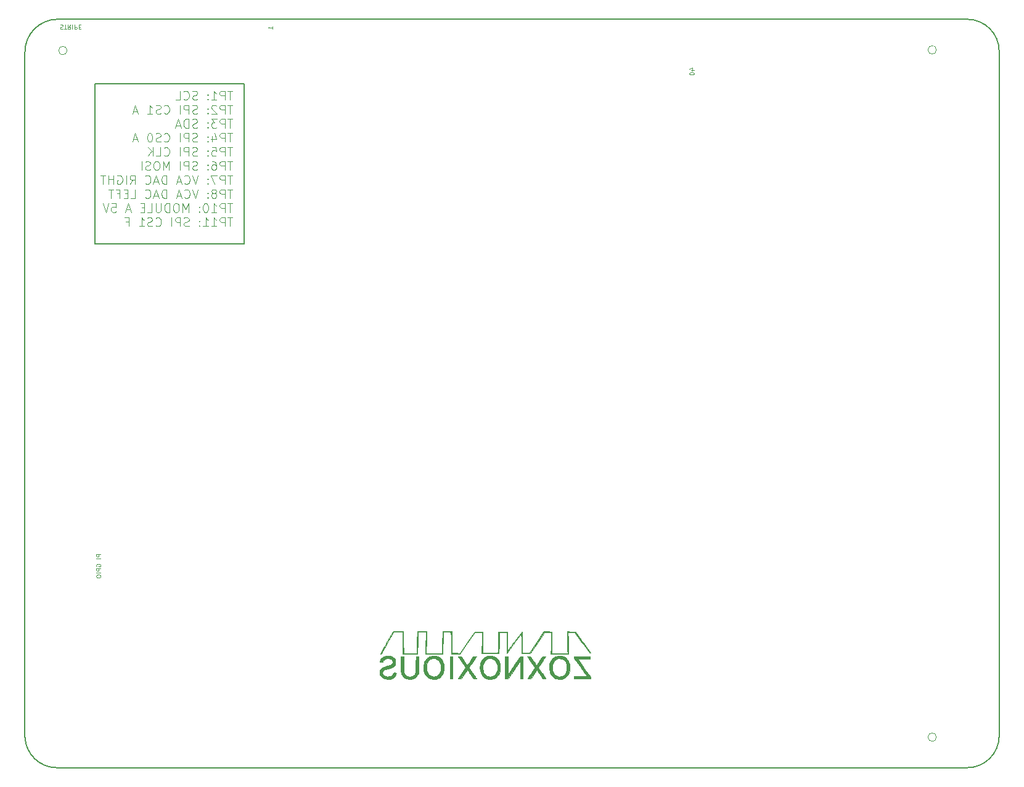
<source format=gbr>
G04 #@! TF.GenerationSoftware,KiCad,Pcbnew,7.0.11*
G04 #@! TF.CreationDate,2025-06-23T22:08:31-07:00*
G04 #@! TF.ProjectId,vca_backplane,7663615f-6261-4636-9b70-6c616e652e6b,0.3*
G04 #@! TF.SameCoordinates,Original*
G04 #@! TF.FileFunction,Legend,Bot*
G04 #@! TF.FilePolarity,Positive*
%FSLAX46Y46*%
G04 Gerber Fmt 4.6, Leading zero omitted, Abs format (unit mm)*
G04 Created by KiCad (PCBNEW 7.0.11) date 2025-06-23 22:08:31*
%MOMM*%
%LPD*%
G01*
G04 APERTURE LIST*
%ADD10C,0.150000*%
%ADD11C,0.090000*%
%ADD12C,0.010000*%
G04 #@! TA.AperFunction,Profile*
%ADD13C,0.150000*%
G04 #@! TD*
G04 #@! TA.AperFunction,Profile*
%ADD14C,0.050000*%
G04 #@! TD*
G04 APERTURE END LIST*
D10*
X48400000Y-49300000D02*
X68900000Y-49300000D01*
X68900000Y-71300000D01*
X48400000Y-71300000D01*
X48400000Y-49300000D01*
D11*
X72772891Y-41731428D02*
X72772891Y-41388571D01*
X72772891Y-41560000D02*
X72172891Y-41560000D01*
X72172891Y-41560000D02*
X72258605Y-41502857D01*
X72258605Y-41502857D02*
X72315748Y-41445714D01*
X72315748Y-41445714D02*
X72344320Y-41388571D01*
X130272891Y-47388571D02*
X130672891Y-47388571D01*
X130044320Y-47245713D02*
X130472891Y-47102856D01*
X130472891Y-47102856D02*
X130472891Y-47474285D01*
X130072891Y-47817142D02*
X130072891Y-47874285D01*
X130072891Y-47874285D02*
X130101462Y-47931428D01*
X130101462Y-47931428D02*
X130130034Y-47960000D01*
X130130034Y-47960000D02*
X130187177Y-47988571D01*
X130187177Y-47988571D02*
X130301462Y-48017142D01*
X130301462Y-48017142D02*
X130444320Y-48017142D01*
X130444320Y-48017142D02*
X130558605Y-47988571D01*
X130558605Y-47988571D02*
X130615748Y-47960000D01*
X130615748Y-47960000D02*
X130644320Y-47931428D01*
X130644320Y-47931428D02*
X130672891Y-47874285D01*
X130672891Y-47874285D02*
X130672891Y-47817142D01*
X130672891Y-47817142D02*
X130644320Y-47760000D01*
X130644320Y-47760000D02*
X130615748Y-47731428D01*
X130615748Y-47731428D02*
X130558605Y-47702857D01*
X130558605Y-47702857D02*
X130444320Y-47674285D01*
X130444320Y-47674285D02*
X130301462Y-47674285D01*
X130301462Y-47674285D02*
X130187177Y-47702857D01*
X130187177Y-47702857D02*
X130130034Y-47731428D01*
X130130034Y-47731428D02*
X130101462Y-47760000D01*
X130101462Y-47760000D02*
X130072891Y-47817142D01*
X49197891Y-113969286D02*
X48597891Y-113969286D01*
X48597891Y-113969286D02*
X48597891Y-114197857D01*
X48597891Y-114197857D02*
X48626462Y-114255000D01*
X48626462Y-114255000D02*
X48655034Y-114283571D01*
X48655034Y-114283571D02*
X48712177Y-114312143D01*
X48712177Y-114312143D02*
X48797891Y-114312143D01*
X48797891Y-114312143D02*
X48855034Y-114283571D01*
X48855034Y-114283571D02*
X48883605Y-114255000D01*
X48883605Y-114255000D02*
X48912177Y-114197857D01*
X48912177Y-114197857D02*
X48912177Y-113969286D01*
X49197891Y-114569286D02*
X48597891Y-114569286D01*
X48626462Y-115626428D02*
X48597891Y-115569286D01*
X48597891Y-115569286D02*
X48597891Y-115483571D01*
X48597891Y-115483571D02*
X48626462Y-115397857D01*
X48626462Y-115397857D02*
X48683605Y-115340714D01*
X48683605Y-115340714D02*
X48740748Y-115312143D01*
X48740748Y-115312143D02*
X48855034Y-115283571D01*
X48855034Y-115283571D02*
X48940748Y-115283571D01*
X48940748Y-115283571D02*
X49055034Y-115312143D01*
X49055034Y-115312143D02*
X49112177Y-115340714D01*
X49112177Y-115340714D02*
X49169320Y-115397857D01*
X49169320Y-115397857D02*
X49197891Y-115483571D01*
X49197891Y-115483571D02*
X49197891Y-115540714D01*
X49197891Y-115540714D02*
X49169320Y-115626428D01*
X49169320Y-115626428D02*
X49140748Y-115655000D01*
X49140748Y-115655000D02*
X48940748Y-115655000D01*
X48940748Y-115655000D02*
X48940748Y-115540714D01*
X49197891Y-115912143D02*
X48597891Y-115912143D01*
X48597891Y-115912143D02*
X48597891Y-116140714D01*
X48597891Y-116140714D02*
X48626462Y-116197857D01*
X48626462Y-116197857D02*
X48655034Y-116226428D01*
X48655034Y-116226428D02*
X48712177Y-116255000D01*
X48712177Y-116255000D02*
X48797891Y-116255000D01*
X48797891Y-116255000D02*
X48855034Y-116226428D01*
X48855034Y-116226428D02*
X48883605Y-116197857D01*
X48883605Y-116197857D02*
X48912177Y-116140714D01*
X48912177Y-116140714D02*
X48912177Y-115912143D01*
X49197891Y-116512143D02*
X48597891Y-116512143D01*
X48597891Y-116912142D02*
X48597891Y-117026428D01*
X48597891Y-117026428D02*
X48626462Y-117083571D01*
X48626462Y-117083571D02*
X48683605Y-117140714D01*
X48683605Y-117140714D02*
X48797891Y-117169285D01*
X48797891Y-117169285D02*
X48997891Y-117169285D01*
X48997891Y-117169285D02*
X49112177Y-117140714D01*
X49112177Y-117140714D02*
X49169320Y-117083571D01*
X49169320Y-117083571D02*
X49197891Y-117026428D01*
X49197891Y-117026428D02*
X49197891Y-116912142D01*
X49197891Y-116912142D02*
X49169320Y-116855000D01*
X49169320Y-116855000D02*
X49112177Y-116797857D01*
X49112177Y-116797857D02*
X48997891Y-116769285D01*
X48997891Y-116769285D02*
X48797891Y-116769285D01*
X48797891Y-116769285D02*
X48683605Y-116797857D01*
X48683605Y-116797857D02*
X48626462Y-116855000D01*
X48626462Y-116855000D02*
X48597891Y-116912142D01*
X43645714Y-41175680D02*
X43731429Y-41147108D01*
X43731429Y-41147108D02*
X43874286Y-41147108D01*
X43874286Y-41147108D02*
X43931429Y-41175680D01*
X43931429Y-41175680D02*
X43960000Y-41204251D01*
X43960000Y-41204251D02*
X43988571Y-41261394D01*
X43988571Y-41261394D02*
X43988571Y-41318537D01*
X43988571Y-41318537D02*
X43960000Y-41375680D01*
X43960000Y-41375680D02*
X43931429Y-41404251D01*
X43931429Y-41404251D02*
X43874286Y-41432822D01*
X43874286Y-41432822D02*
X43760000Y-41461394D01*
X43760000Y-41461394D02*
X43702857Y-41489965D01*
X43702857Y-41489965D02*
X43674286Y-41518537D01*
X43674286Y-41518537D02*
X43645714Y-41575680D01*
X43645714Y-41575680D02*
X43645714Y-41632822D01*
X43645714Y-41632822D02*
X43674286Y-41689965D01*
X43674286Y-41689965D02*
X43702857Y-41718537D01*
X43702857Y-41718537D02*
X43760000Y-41747108D01*
X43760000Y-41747108D02*
X43902857Y-41747108D01*
X43902857Y-41747108D02*
X43988571Y-41718537D01*
X44160000Y-41747108D02*
X44502858Y-41747108D01*
X44331429Y-41147108D02*
X44331429Y-41747108D01*
X45045715Y-41147108D02*
X44845715Y-41432822D01*
X44702858Y-41147108D02*
X44702858Y-41747108D01*
X44702858Y-41747108D02*
X44931429Y-41747108D01*
X44931429Y-41747108D02*
X44988572Y-41718537D01*
X44988572Y-41718537D02*
X45017143Y-41689965D01*
X45017143Y-41689965D02*
X45045715Y-41632822D01*
X45045715Y-41632822D02*
X45045715Y-41547108D01*
X45045715Y-41547108D02*
X45017143Y-41489965D01*
X45017143Y-41489965D02*
X44988572Y-41461394D01*
X44988572Y-41461394D02*
X44931429Y-41432822D01*
X44931429Y-41432822D02*
X44702858Y-41432822D01*
X45302858Y-41147108D02*
X45302858Y-41747108D01*
X45588572Y-41147108D02*
X45588572Y-41747108D01*
X45588572Y-41747108D02*
X45817143Y-41747108D01*
X45817143Y-41747108D02*
X45874286Y-41718537D01*
X45874286Y-41718537D02*
X45902857Y-41689965D01*
X45902857Y-41689965D02*
X45931429Y-41632822D01*
X45931429Y-41632822D02*
X45931429Y-41547108D01*
X45931429Y-41547108D02*
X45902857Y-41489965D01*
X45902857Y-41489965D02*
X45874286Y-41461394D01*
X45874286Y-41461394D02*
X45817143Y-41432822D01*
X45817143Y-41432822D02*
X45588572Y-41432822D01*
X46188572Y-41461394D02*
X46388572Y-41461394D01*
X46474286Y-41147108D02*
X46188572Y-41147108D01*
X46188572Y-41147108D02*
X46188572Y-41747108D01*
X46188572Y-41747108D02*
X46474286Y-41747108D01*
X67326504Y-50260462D02*
X66640790Y-50260462D01*
X66983647Y-51460462D02*
X66983647Y-50260462D01*
X66240789Y-51460462D02*
X66240789Y-50260462D01*
X66240789Y-50260462D02*
X65783646Y-50260462D01*
X65783646Y-50260462D02*
X65669361Y-50317605D01*
X65669361Y-50317605D02*
X65612218Y-50374748D01*
X65612218Y-50374748D02*
X65555075Y-50489034D01*
X65555075Y-50489034D02*
X65555075Y-50660462D01*
X65555075Y-50660462D02*
X65612218Y-50774748D01*
X65612218Y-50774748D02*
X65669361Y-50831891D01*
X65669361Y-50831891D02*
X65783646Y-50889034D01*
X65783646Y-50889034D02*
X66240789Y-50889034D01*
X64412218Y-51460462D02*
X65097932Y-51460462D01*
X64755075Y-51460462D02*
X64755075Y-50260462D01*
X64755075Y-50260462D02*
X64869361Y-50431891D01*
X64869361Y-50431891D02*
X64983646Y-50546177D01*
X64983646Y-50546177D02*
X65097932Y-50603320D01*
X63897932Y-51346177D02*
X63840789Y-51403320D01*
X63840789Y-51403320D02*
X63897932Y-51460462D01*
X63897932Y-51460462D02*
X63955075Y-51403320D01*
X63955075Y-51403320D02*
X63897932Y-51346177D01*
X63897932Y-51346177D02*
X63897932Y-51460462D01*
X63897932Y-50717605D02*
X63840789Y-50774748D01*
X63840789Y-50774748D02*
X63897932Y-50831891D01*
X63897932Y-50831891D02*
X63955075Y-50774748D01*
X63955075Y-50774748D02*
X63897932Y-50717605D01*
X63897932Y-50717605D02*
X63897932Y-50831891D01*
X62469360Y-51403320D02*
X62297932Y-51460462D01*
X62297932Y-51460462D02*
X62012217Y-51460462D01*
X62012217Y-51460462D02*
X61897932Y-51403320D01*
X61897932Y-51403320D02*
X61840789Y-51346177D01*
X61840789Y-51346177D02*
X61783646Y-51231891D01*
X61783646Y-51231891D02*
X61783646Y-51117605D01*
X61783646Y-51117605D02*
X61840789Y-51003320D01*
X61840789Y-51003320D02*
X61897932Y-50946177D01*
X61897932Y-50946177D02*
X62012217Y-50889034D01*
X62012217Y-50889034D02*
X62240789Y-50831891D01*
X62240789Y-50831891D02*
X62355074Y-50774748D01*
X62355074Y-50774748D02*
X62412217Y-50717605D01*
X62412217Y-50717605D02*
X62469360Y-50603320D01*
X62469360Y-50603320D02*
X62469360Y-50489034D01*
X62469360Y-50489034D02*
X62412217Y-50374748D01*
X62412217Y-50374748D02*
X62355074Y-50317605D01*
X62355074Y-50317605D02*
X62240789Y-50260462D01*
X62240789Y-50260462D02*
X61955074Y-50260462D01*
X61955074Y-50260462D02*
X61783646Y-50317605D01*
X60583646Y-51346177D02*
X60640789Y-51403320D01*
X60640789Y-51403320D02*
X60812217Y-51460462D01*
X60812217Y-51460462D02*
X60926503Y-51460462D01*
X60926503Y-51460462D02*
X61097932Y-51403320D01*
X61097932Y-51403320D02*
X61212217Y-51289034D01*
X61212217Y-51289034D02*
X61269360Y-51174748D01*
X61269360Y-51174748D02*
X61326503Y-50946177D01*
X61326503Y-50946177D02*
X61326503Y-50774748D01*
X61326503Y-50774748D02*
X61269360Y-50546177D01*
X61269360Y-50546177D02*
X61212217Y-50431891D01*
X61212217Y-50431891D02*
X61097932Y-50317605D01*
X61097932Y-50317605D02*
X60926503Y-50260462D01*
X60926503Y-50260462D02*
X60812217Y-50260462D01*
X60812217Y-50260462D02*
X60640789Y-50317605D01*
X60640789Y-50317605D02*
X60583646Y-50374748D01*
X59497932Y-51460462D02*
X60069360Y-51460462D01*
X60069360Y-51460462D02*
X60069360Y-50260462D01*
X67326504Y-52192462D02*
X66640790Y-52192462D01*
X66983647Y-53392462D02*
X66983647Y-52192462D01*
X66240789Y-53392462D02*
X66240789Y-52192462D01*
X66240789Y-52192462D02*
X65783646Y-52192462D01*
X65783646Y-52192462D02*
X65669361Y-52249605D01*
X65669361Y-52249605D02*
X65612218Y-52306748D01*
X65612218Y-52306748D02*
X65555075Y-52421034D01*
X65555075Y-52421034D02*
X65555075Y-52592462D01*
X65555075Y-52592462D02*
X65612218Y-52706748D01*
X65612218Y-52706748D02*
X65669361Y-52763891D01*
X65669361Y-52763891D02*
X65783646Y-52821034D01*
X65783646Y-52821034D02*
X66240789Y-52821034D01*
X65097932Y-52306748D02*
X65040789Y-52249605D01*
X65040789Y-52249605D02*
X64926504Y-52192462D01*
X64926504Y-52192462D02*
X64640789Y-52192462D01*
X64640789Y-52192462D02*
X64526504Y-52249605D01*
X64526504Y-52249605D02*
X64469361Y-52306748D01*
X64469361Y-52306748D02*
X64412218Y-52421034D01*
X64412218Y-52421034D02*
X64412218Y-52535320D01*
X64412218Y-52535320D02*
X64469361Y-52706748D01*
X64469361Y-52706748D02*
X65155075Y-53392462D01*
X65155075Y-53392462D02*
X64412218Y-53392462D01*
X63897932Y-53278177D02*
X63840789Y-53335320D01*
X63840789Y-53335320D02*
X63897932Y-53392462D01*
X63897932Y-53392462D02*
X63955075Y-53335320D01*
X63955075Y-53335320D02*
X63897932Y-53278177D01*
X63897932Y-53278177D02*
X63897932Y-53392462D01*
X63897932Y-52649605D02*
X63840789Y-52706748D01*
X63840789Y-52706748D02*
X63897932Y-52763891D01*
X63897932Y-52763891D02*
X63955075Y-52706748D01*
X63955075Y-52706748D02*
X63897932Y-52649605D01*
X63897932Y-52649605D02*
X63897932Y-52763891D01*
X62469360Y-53335320D02*
X62297932Y-53392462D01*
X62297932Y-53392462D02*
X62012217Y-53392462D01*
X62012217Y-53392462D02*
X61897932Y-53335320D01*
X61897932Y-53335320D02*
X61840789Y-53278177D01*
X61840789Y-53278177D02*
X61783646Y-53163891D01*
X61783646Y-53163891D02*
X61783646Y-53049605D01*
X61783646Y-53049605D02*
X61840789Y-52935320D01*
X61840789Y-52935320D02*
X61897932Y-52878177D01*
X61897932Y-52878177D02*
X62012217Y-52821034D01*
X62012217Y-52821034D02*
X62240789Y-52763891D01*
X62240789Y-52763891D02*
X62355074Y-52706748D01*
X62355074Y-52706748D02*
X62412217Y-52649605D01*
X62412217Y-52649605D02*
X62469360Y-52535320D01*
X62469360Y-52535320D02*
X62469360Y-52421034D01*
X62469360Y-52421034D02*
X62412217Y-52306748D01*
X62412217Y-52306748D02*
X62355074Y-52249605D01*
X62355074Y-52249605D02*
X62240789Y-52192462D01*
X62240789Y-52192462D02*
X61955074Y-52192462D01*
X61955074Y-52192462D02*
X61783646Y-52249605D01*
X61269360Y-53392462D02*
X61269360Y-52192462D01*
X61269360Y-52192462D02*
X60812217Y-52192462D01*
X60812217Y-52192462D02*
X60697932Y-52249605D01*
X60697932Y-52249605D02*
X60640789Y-52306748D01*
X60640789Y-52306748D02*
X60583646Y-52421034D01*
X60583646Y-52421034D02*
X60583646Y-52592462D01*
X60583646Y-52592462D02*
X60640789Y-52706748D01*
X60640789Y-52706748D02*
X60697932Y-52763891D01*
X60697932Y-52763891D02*
X60812217Y-52821034D01*
X60812217Y-52821034D02*
X61269360Y-52821034D01*
X60069360Y-53392462D02*
X60069360Y-52192462D01*
X57897931Y-53278177D02*
X57955074Y-53335320D01*
X57955074Y-53335320D02*
X58126502Y-53392462D01*
X58126502Y-53392462D02*
X58240788Y-53392462D01*
X58240788Y-53392462D02*
X58412217Y-53335320D01*
X58412217Y-53335320D02*
X58526502Y-53221034D01*
X58526502Y-53221034D02*
X58583645Y-53106748D01*
X58583645Y-53106748D02*
X58640788Y-52878177D01*
X58640788Y-52878177D02*
X58640788Y-52706748D01*
X58640788Y-52706748D02*
X58583645Y-52478177D01*
X58583645Y-52478177D02*
X58526502Y-52363891D01*
X58526502Y-52363891D02*
X58412217Y-52249605D01*
X58412217Y-52249605D02*
X58240788Y-52192462D01*
X58240788Y-52192462D02*
X58126502Y-52192462D01*
X58126502Y-52192462D02*
X57955074Y-52249605D01*
X57955074Y-52249605D02*
X57897931Y-52306748D01*
X57440788Y-53335320D02*
X57269360Y-53392462D01*
X57269360Y-53392462D02*
X56983645Y-53392462D01*
X56983645Y-53392462D02*
X56869360Y-53335320D01*
X56869360Y-53335320D02*
X56812217Y-53278177D01*
X56812217Y-53278177D02*
X56755074Y-53163891D01*
X56755074Y-53163891D02*
X56755074Y-53049605D01*
X56755074Y-53049605D02*
X56812217Y-52935320D01*
X56812217Y-52935320D02*
X56869360Y-52878177D01*
X56869360Y-52878177D02*
X56983645Y-52821034D01*
X56983645Y-52821034D02*
X57212217Y-52763891D01*
X57212217Y-52763891D02*
X57326502Y-52706748D01*
X57326502Y-52706748D02*
X57383645Y-52649605D01*
X57383645Y-52649605D02*
X57440788Y-52535320D01*
X57440788Y-52535320D02*
X57440788Y-52421034D01*
X57440788Y-52421034D02*
X57383645Y-52306748D01*
X57383645Y-52306748D02*
X57326502Y-52249605D01*
X57326502Y-52249605D02*
X57212217Y-52192462D01*
X57212217Y-52192462D02*
X56926502Y-52192462D01*
X56926502Y-52192462D02*
X56755074Y-52249605D01*
X55612217Y-53392462D02*
X56297931Y-53392462D01*
X55955074Y-53392462D02*
X55955074Y-52192462D01*
X55955074Y-52192462D02*
X56069360Y-52363891D01*
X56069360Y-52363891D02*
X56183645Y-52478177D01*
X56183645Y-52478177D02*
X56297931Y-52535320D01*
X54240788Y-53049605D02*
X53669360Y-53049605D01*
X54355074Y-53392462D02*
X53955074Y-52192462D01*
X53955074Y-52192462D02*
X53555074Y-53392462D01*
X67326504Y-54124462D02*
X66640790Y-54124462D01*
X66983647Y-55324462D02*
X66983647Y-54124462D01*
X66240789Y-55324462D02*
X66240789Y-54124462D01*
X66240789Y-54124462D02*
X65783646Y-54124462D01*
X65783646Y-54124462D02*
X65669361Y-54181605D01*
X65669361Y-54181605D02*
X65612218Y-54238748D01*
X65612218Y-54238748D02*
X65555075Y-54353034D01*
X65555075Y-54353034D02*
X65555075Y-54524462D01*
X65555075Y-54524462D02*
X65612218Y-54638748D01*
X65612218Y-54638748D02*
X65669361Y-54695891D01*
X65669361Y-54695891D02*
X65783646Y-54753034D01*
X65783646Y-54753034D02*
X66240789Y-54753034D01*
X65155075Y-54124462D02*
X64412218Y-54124462D01*
X64412218Y-54124462D02*
X64812218Y-54581605D01*
X64812218Y-54581605D02*
X64640789Y-54581605D01*
X64640789Y-54581605D02*
X64526504Y-54638748D01*
X64526504Y-54638748D02*
X64469361Y-54695891D01*
X64469361Y-54695891D02*
X64412218Y-54810177D01*
X64412218Y-54810177D02*
X64412218Y-55095891D01*
X64412218Y-55095891D02*
X64469361Y-55210177D01*
X64469361Y-55210177D02*
X64526504Y-55267320D01*
X64526504Y-55267320D02*
X64640789Y-55324462D01*
X64640789Y-55324462D02*
X64983646Y-55324462D01*
X64983646Y-55324462D02*
X65097932Y-55267320D01*
X65097932Y-55267320D02*
X65155075Y-55210177D01*
X63897932Y-55210177D02*
X63840789Y-55267320D01*
X63840789Y-55267320D02*
X63897932Y-55324462D01*
X63897932Y-55324462D02*
X63955075Y-55267320D01*
X63955075Y-55267320D02*
X63897932Y-55210177D01*
X63897932Y-55210177D02*
X63897932Y-55324462D01*
X63897932Y-54581605D02*
X63840789Y-54638748D01*
X63840789Y-54638748D02*
X63897932Y-54695891D01*
X63897932Y-54695891D02*
X63955075Y-54638748D01*
X63955075Y-54638748D02*
X63897932Y-54581605D01*
X63897932Y-54581605D02*
X63897932Y-54695891D01*
X62469360Y-55267320D02*
X62297932Y-55324462D01*
X62297932Y-55324462D02*
X62012217Y-55324462D01*
X62012217Y-55324462D02*
X61897932Y-55267320D01*
X61897932Y-55267320D02*
X61840789Y-55210177D01*
X61840789Y-55210177D02*
X61783646Y-55095891D01*
X61783646Y-55095891D02*
X61783646Y-54981605D01*
X61783646Y-54981605D02*
X61840789Y-54867320D01*
X61840789Y-54867320D02*
X61897932Y-54810177D01*
X61897932Y-54810177D02*
X62012217Y-54753034D01*
X62012217Y-54753034D02*
X62240789Y-54695891D01*
X62240789Y-54695891D02*
X62355074Y-54638748D01*
X62355074Y-54638748D02*
X62412217Y-54581605D01*
X62412217Y-54581605D02*
X62469360Y-54467320D01*
X62469360Y-54467320D02*
X62469360Y-54353034D01*
X62469360Y-54353034D02*
X62412217Y-54238748D01*
X62412217Y-54238748D02*
X62355074Y-54181605D01*
X62355074Y-54181605D02*
X62240789Y-54124462D01*
X62240789Y-54124462D02*
X61955074Y-54124462D01*
X61955074Y-54124462D02*
X61783646Y-54181605D01*
X61269360Y-55324462D02*
X61269360Y-54124462D01*
X61269360Y-54124462D02*
X60983646Y-54124462D01*
X60983646Y-54124462D02*
X60812217Y-54181605D01*
X60812217Y-54181605D02*
X60697932Y-54295891D01*
X60697932Y-54295891D02*
X60640789Y-54410177D01*
X60640789Y-54410177D02*
X60583646Y-54638748D01*
X60583646Y-54638748D02*
X60583646Y-54810177D01*
X60583646Y-54810177D02*
X60640789Y-55038748D01*
X60640789Y-55038748D02*
X60697932Y-55153034D01*
X60697932Y-55153034D02*
X60812217Y-55267320D01*
X60812217Y-55267320D02*
X60983646Y-55324462D01*
X60983646Y-55324462D02*
X61269360Y-55324462D01*
X60126503Y-54981605D02*
X59555075Y-54981605D01*
X60240789Y-55324462D02*
X59840789Y-54124462D01*
X59840789Y-54124462D02*
X59440789Y-55324462D01*
X67326504Y-56056462D02*
X66640790Y-56056462D01*
X66983647Y-57256462D02*
X66983647Y-56056462D01*
X66240789Y-57256462D02*
X66240789Y-56056462D01*
X66240789Y-56056462D02*
X65783646Y-56056462D01*
X65783646Y-56056462D02*
X65669361Y-56113605D01*
X65669361Y-56113605D02*
X65612218Y-56170748D01*
X65612218Y-56170748D02*
X65555075Y-56285034D01*
X65555075Y-56285034D02*
X65555075Y-56456462D01*
X65555075Y-56456462D02*
X65612218Y-56570748D01*
X65612218Y-56570748D02*
X65669361Y-56627891D01*
X65669361Y-56627891D02*
X65783646Y-56685034D01*
X65783646Y-56685034D02*
X66240789Y-56685034D01*
X64526504Y-56456462D02*
X64526504Y-57256462D01*
X64812218Y-55999320D02*
X65097932Y-56856462D01*
X65097932Y-56856462D02*
X64355075Y-56856462D01*
X63897932Y-57142177D02*
X63840789Y-57199320D01*
X63840789Y-57199320D02*
X63897932Y-57256462D01*
X63897932Y-57256462D02*
X63955075Y-57199320D01*
X63955075Y-57199320D02*
X63897932Y-57142177D01*
X63897932Y-57142177D02*
X63897932Y-57256462D01*
X63897932Y-56513605D02*
X63840789Y-56570748D01*
X63840789Y-56570748D02*
X63897932Y-56627891D01*
X63897932Y-56627891D02*
X63955075Y-56570748D01*
X63955075Y-56570748D02*
X63897932Y-56513605D01*
X63897932Y-56513605D02*
X63897932Y-56627891D01*
X62469360Y-57199320D02*
X62297932Y-57256462D01*
X62297932Y-57256462D02*
X62012217Y-57256462D01*
X62012217Y-57256462D02*
X61897932Y-57199320D01*
X61897932Y-57199320D02*
X61840789Y-57142177D01*
X61840789Y-57142177D02*
X61783646Y-57027891D01*
X61783646Y-57027891D02*
X61783646Y-56913605D01*
X61783646Y-56913605D02*
X61840789Y-56799320D01*
X61840789Y-56799320D02*
X61897932Y-56742177D01*
X61897932Y-56742177D02*
X62012217Y-56685034D01*
X62012217Y-56685034D02*
X62240789Y-56627891D01*
X62240789Y-56627891D02*
X62355074Y-56570748D01*
X62355074Y-56570748D02*
X62412217Y-56513605D01*
X62412217Y-56513605D02*
X62469360Y-56399320D01*
X62469360Y-56399320D02*
X62469360Y-56285034D01*
X62469360Y-56285034D02*
X62412217Y-56170748D01*
X62412217Y-56170748D02*
X62355074Y-56113605D01*
X62355074Y-56113605D02*
X62240789Y-56056462D01*
X62240789Y-56056462D02*
X61955074Y-56056462D01*
X61955074Y-56056462D02*
X61783646Y-56113605D01*
X61269360Y-57256462D02*
X61269360Y-56056462D01*
X61269360Y-56056462D02*
X60812217Y-56056462D01*
X60812217Y-56056462D02*
X60697932Y-56113605D01*
X60697932Y-56113605D02*
X60640789Y-56170748D01*
X60640789Y-56170748D02*
X60583646Y-56285034D01*
X60583646Y-56285034D02*
X60583646Y-56456462D01*
X60583646Y-56456462D02*
X60640789Y-56570748D01*
X60640789Y-56570748D02*
X60697932Y-56627891D01*
X60697932Y-56627891D02*
X60812217Y-56685034D01*
X60812217Y-56685034D02*
X61269360Y-56685034D01*
X60069360Y-57256462D02*
X60069360Y-56056462D01*
X57897931Y-57142177D02*
X57955074Y-57199320D01*
X57955074Y-57199320D02*
X58126502Y-57256462D01*
X58126502Y-57256462D02*
X58240788Y-57256462D01*
X58240788Y-57256462D02*
X58412217Y-57199320D01*
X58412217Y-57199320D02*
X58526502Y-57085034D01*
X58526502Y-57085034D02*
X58583645Y-56970748D01*
X58583645Y-56970748D02*
X58640788Y-56742177D01*
X58640788Y-56742177D02*
X58640788Y-56570748D01*
X58640788Y-56570748D02*
X58583645Y-56342177D01*
X58583645Y-56342177D02*
X58526502Y-56227891D01*
X58526502Y-56227891D02*
X58412217Y-56113605D01*
X58412217Y-56113605D02*
X58240788Y-56056462D01*
X58240788Y-56056462D02*
X58126502Y-56056462D01*
X58126502Y-56056462D02*
X57955074Y-56113605D01*
X57955074Y-56113605D02*
X57897931Y-56170748D01*
X57440788Y-57199320D02*
X57269360Y-57256462D01*
X57269360Y-57256462D02*
X56983645Y-57256462D01*
X56983645Y-57256462D02*
X56869360Y-57199320D01*
X56869360Y-57199320D02*
X56812217Y-57142177D01*
X56812217Y-57142177D02*
X56755074Y-57027891D01*
X56755074Y-57027891D02*
X56755074Y-56913605D01*
X56755074Y-56913605D02*
X56812217Y-56799320D01*
X56812217Y-56799320D02*
X56869360Y-56742177D01*
X56869360Y-56742177D02*
X56983645Y-56685034D01*
X56983645Y-56685034D02*
X57212217Y-56627891D01*
X57212217Y-56627891D02*
X57326502Y-56570748D01*
X57326502Y-56570748D02*
X57383645Y-56513605D01*
X57383645Y-56513605D02*
X57440788Y-56399320D01*
X57440788Y-56399320D02*
X57440788Y-56285034D01*
X57440788Y-56285034D02*
X57383645Y-56170748D01*
X57383645Y-56170748D02*
X57326502Y-56113605D01*
X57326502Y-56113605D02*
X57212217Y-56056462D01*
X57212217Y-56056462D02*
X56926502Y-56056462D01*
X56926502Y-56056462D02*
X56755074Y-56113605D01*
X56012217Y-56056462D02*
X55897931Y-56056462D01*
X55897931Y-56056462D02*
X55783645Y-56113605D01*
X55783645Y-56113605D02*
X55726503Y-56170748D01*
X55726503Y-56170748D02*
X55669360Y-56285034D01*
X55669360Y-56285034D02*
X55612217Y-56513605D01*
X55612217Y-56513605D02*
X55612217Y-56799320D01*
X55612217Y-56799320D02*
X55669360Y-57027891D01*
X55669360Y-57027891D02*
X55726503Y-57142177D01*
X55726503Y-57142177D02*
X55783645Y-57199320D01*
X55783645Y-57199320D02*
X55897931Y-57256462D01*
X55897931Y-57256462D02*
X56012217Y-57256462D01*
X56012217Y-57256462D02*
X56126503Y-57199320D01*
X56126503Y-57199320D02*
X56183645Y-57142177D01*
X56183645Y-57142177D02*
X56240788Y-57027891D01*
X56240788Y-57027891D02*
X56297931Y-56799320D01*
X56297931Y-56799320D02*
X56297931Y-56513605D01*
X56297931Y-56513605D02*
X56240788Y-56285034D01*
X56240788Y-56285034D02*
X56183645Y-56170748D01*
X56183645Y-56170748D02*
X56126503Y-56113605D01*
X56126503Y-56113605D02*
X56012217Y-56056462D01*
X54240788Y-56913605D02*
X53669360Y-56913605D01*
X54355074Y-57256462D02*
X53955074Y-56056462D01*
X53955074Y-56056462D02*
X53555074Y-57256462D01*
X67326504Y-57988462D02*
X66640790Y-57988462D01*
X66983647Y-59188462D02*
X66983647Y-57988462D01*
X66240789Y-59188462D02*
X66240789Y-57988462D01*
X66240789Y-57988462D02*
X65783646Y-57988462D01*
X65783646Y-57988462D02*
X65669361Y-58045605D01*
X65669361Y-58045605D02*
X65612218Y-58102748D01*
X65612218Y-58102748D02*
X65555075Y-58217034D01*
X65555075Y-58217034D02*
X65555075Y-58388462D01*
X65555075Y-58388462D02*
X65612218Y-58502748D01*
X65612218Y-58502748D02*
X65669361Y-58559891D01*
X65669361Y-58559891D02*
X65783646Y-58617034D01*
X65783646Y-58617034D02*
X66240789Y-58617034D01*
X64469361Y-57988462D02*
X65040789Y-57988462D01*
X65040789Y-57988462D02*
X65097932Y-58559891D01*
X65097932Y-58559891D02*
X65040789Y-58502748D01*
X65040789Y-58502748D02*
X64926504Y-58445605D01*
X64926504Y-58445605D02*
X64640789Y-58445605D01*
X64640789Y-58445605D02*
X64526504Y-58502748D01*
X64526504Y-58502748D02*
X64469361Y-58559891D01*
X64469361Y-58559891D02*
X64412218Y-58674177D01*
X64412218Y-58674177D02*
X64412218Y-58959891D01*
X64412218Y-58959891D02*
X64469361Y-59074177D01*
X64469361Y-59074177D02*
X64526504Y-59131320D01*
X64526504Y-59131320D02*
X64640789Y-59188462D01*
X64640789Y-59188462D02*
X64926504Y-59188462D01*
X64926504Y-59188462D02*
X65040789Y-59131320D01*
X65040789Y-59131320D02*
X65097932Y-59074177D01*
X63897932Y-59074177D02*
X63840789Y-59131320D01*
X63840789Y-59131320D02*
X63897932Y-59188462D01*
X63897932Y-59188462D02*
X63955075Y-59131320D01*
X63955075Y-59131320D02*
X63897932Y-59074177D01*
X63897932Y-59074177D02*
X63897932Y-59188462D01*
X63897932Y-58445605D02*
X63840789Y-58502748D01*
X63840789Y-58502748D02*
X63897932Y-58559891D01*
X63897932Y-58559891D02*
X63955075Y-58502748D01*
X63955075Y-58502748D02*
X63897932Y-58445605D01*
X63897932Y-58445605D02*
X63897932Y-58559891D01*
X62469360Y-59131320D02*
X62297932Y-59188462D01*
X62297932Y-59188462D02*
X62012217Y-59188462D01*
X62012217Y-59188462D02*
X61897932Y-59131320D01*
X61897932Y-59131320D02*
X61840789Y-59074177D01*
X61840789Y-59074177D02*
X61783646Y-58959891D01*
X61783646Y-58959891D02*
X61783646Y-58845605D01*
X61783646Y-58845605D02*
X61840789Y-58731320D01*
X61840789Y-58731320D02*
X61897932Y-58674177D01*
X61897932Y-58674177D02*
X62012217Y-58617034D01*
X62012217Y-58617034D02*
X62240789Y-58559891D01*
X62240789Y-58559891D02*
X62355074Y-58502748D01*
X62355074Y-58502748D02*
X62412217Y-58445605D01*
X62412217Y-58445605D02*
X62469360Y-58331320D01*
X62469360Y-58331320D02*
X62469360Y-58217034D01*
X62469360Y-58217034D02*
X62412217Y-58102748D01*
X62412217Y-58102748D02*
X62355074Y-58045605D01*
X62355074Y-58045605D02*
X62240789Y-57988462D01*
X62240789Y-57988462D02*
X61955074Y-57988462D01*
X61955074Y-57988462D02*
X61783646Y-58045605D01*
X61269360Y-59188462D02*
X61269360Y-57988462D01*
X61269360Y-57988462D02*
X60812217Y-57988462D01*
X60812217Y-57988462D02*
X60697932Y-58045605D01*
X60697932Y-58045605D02*
X60640789Y-58102748D01*
X60640789Y-58102748D02*
X60583646Y-58217034D01*
X60583646Y-58217034D02*
X60583646Y-58388462D01*
X60583646Y-58388462D02*
X60640789Y-58502748D01*
X60640789Y-58502748D02*
X60697932Y-58559891D01*
X60697932Y-58559891D02*
X60812217Y-58617034D01*
X60812217Y-58617034D02*
X61269360Y-58617034D01*
X60069360Y-59188462D02*
X60069360Y-57988462D01*
X57897931Y-59074177D02*
X57955074Y-59131320D01*
X57955074Y-59131320D02*
X58126502Y-59188462D01*
X58126502Y-59188462D02*
X58240788Y-59188462D01*
X58240788Y-59188462D02*
X58412217Y-59131320D01*
X58412217Y-59131320D02*
X58526502Y-59017034D01*
X58526502Y-59017034D02*
X58583645Y-58902748D01*
X58583645Y-58902748D02*
X58640788Y-58674177D01*
X58640788Y-58674177D02*
X58640788Y-58502748D01*
X58640788Y-58502748D02*
X58583645Y-58274177D01*
X58583645Y-58274177D02*
X58526502Y-58159891D01*
X58526502Y-58159891D02*
X58412217Y-58045605D01*
X58412217Y-58045605D02*
X58240788Y-57988462D01*
X58240788Y-57988462D02*
X58126502Y-57988462D01*
X58126502Y-57988462D02*
X57955074Y-58045605D01*
X57955074Y-58045605D02*
X57897931Y-58102748D01*
X56812217Y-59188462D02*
X57383645Y-59188462D01*
X57383645Y-59188462D02*
X57383645Y-57988462D01*
X56412216Y-59188462D02*
X56412216Y-57988462D01*
X55726502Y-59188462D02*
X56240788Y-58502748D01*
X55726502Y-57988462D02*
X56412216Y-58674177D01*
X67326504Y-59920462D02*
X66640790Y-59920462D01*
X66983647Y-61120462D02*
X66983647Y-59920462D01*
X66240789Y-61120462D02*
X66240789Y-59920462D01*
X66240789Y-59920462D02*
X65783646Y-59920462D01*
X65783646Y-59920462D02*
X65669361Y-59977605D01*
X65669361Y-59977605D02*
X65612218Y-60034748D01*
X65612218Y-60034748D02*
X65555075Y-60149034D01*
X65555075Y-60149034D02*
X65555075Y-60320462D01*
X65555075Y-60320462D02*
X65612218Y-60434748D01*
X65612218Y-60434748D02*
X65669361Y-60491891D01*
X65669361Y-60491891D02*
X65783646Y-60549034D01*
X65783646Y-60549034D02*
X66240789Y-60549034D01*
X64526504Y-59920462D02*
X64755075Y-59920462D01*
X64755075Y-59920462D02*
X64869361Y-59977605D01*
X64869361Y-59977605D02*
X64926504Y-60034748D01*
X64926504Y-60034748D02*
X65040789Y-60206177D01*
X65040789Y-60206177D02*
X65097932Y-60434748D01*
X65097932Y-60434748D02*
X65097932Y-60891891D01*
X65097932Y-60891891D02*
X65040789Y-61006177D01*
X65040789Y-61006177D02*
X64983646Y-61063320D01*
X64983646Y-61063320D02*
X64869361Y-61120462D01*
X64869361Y-61120462D02*
X64640789Y-61120462D01*
X64640789Y-61120462D02*
X64526504Y-61063320D01*
X64526504Y-61063320D02*
X64469361Y-61006177D01*
X64469361Y-61006177D02*
X64412218Y-60891891D01*
X64412218Y-60891891D02*
X64412218Y-60606177D01*
X64412218Y-60606177D02*
X64469361Y-60491891D01*
X64469361Y-60491891D02*
X64526504Y-60434748D01*
X64526504Y-60434748D02*
X64640789Y-60377605D01*
X64640789Y-60377605D02*
X64869361Y-60377605D01*
X64869361Y-60377605D02*
X64983646Y-60434748D01*
X64983646Y-60434748D02*
X65040789Y-60491891D01*
X65040789Y-60491891D02*
X65097932Y-60606177D01*
X63897932Y-61006177D02*
X63840789Y-61063320D01*
X63840789Y-61063320D02*
X63897932Y-61120462D01*
X63897932Y-61120462D02*
X63955075Y-61063320D01*
X63955075Y-61063320D02*
X63897932Y-61006177D01*
X63897932Y-61006177D02*
X63897932Y-61120462D01*
X63897932Y-60377605D02*
X63840789Y-60434748D01*
X63840789Y-60434748D02*
X63897932Y-60491891D01*
X63897932Y-60491891D02*
X63955075Y-60434748D01*
X63955075Y-60434748D02*
X63897932Y-60377605D01*
X63897932Y-60377605D02*
X63897932Y-60491891D01*
X62469360Y-61063320D02*
X62297932Y-61120462D01*
X62297932Y-61120462D02*
X62012217Y-61120462D01*
X62012217Y-61120462D02*
X61897932Y-61063320D01*
X61897932Y-61063320D02*
X61840789Y-61006177D01*
X61840789Y-61006177D02*
X61783646Y-60891891D01*
X61783646Y-60891891D02*
X61783646Y-60777605D01*
X61783646Y-60777605D02*
X61840789Y-60663320D01*
X61840789Y-60663320D02*
X61897932Y-60606177D01*
X61897932Y-60606177D02*
X62012217Y-60549034D01*
X62012217Y-60549034D02*
X62240789Y-60491891D01*
X62240789Y-60491891D02*
X62355074Y-60434748D01*
X62355074Y-60434748D02*
X62412217Y-60377605D01*
X62412217Y-60377605D02*
X62469360Y-60263320D01*
X62469360Y-60263320D02*
X62469360Y-60149034D01*
X62469360Y-60149034D02*
X62412217Y-60034748D01*
X62412217Y-60034748D02*
X62355074Y-59977605D01*
X62355074Y-59977605D02*
X62240789Y-59920462D01*
X62240789Y-59920462D02*
X61955074Y-59920462D01*
X61955074Y-59920462D02*
X61783646Y-59977605D01*
X61269360Y-61120462D02*
X61269360Y-59920462D01*
X61269360Y-59920462D02*
X60812217Y-59920462D01*
X60812217Y-59920462D02*
X60697932Y-59977605D01*
X60697932Y-59977605D02*
X60640789Y-60034748D01*
X60640789Y-60034748D02*
X60583646Y-60149034D01*
X60583646Y-60149034D02*
X60583646Y-60320462D01*
X60583646Y-60320462D02*
X60640789Y-60434748D01*
X60640789Y-60434748D02*
X60697932Y-60491891D01*
X60697932Y-60491891D02*
X60812217Y-60549034D01*
X60812217Y-60549034D02*
X61269360Y-60549034D01*
X60069360Y-61120462D02*
X60069360Y-59920462D01*
X58583645Y-61120462D02*
X58583645Y-59920462D01*
X58583645Y-59920462D02*
X58183645Y-60777605D01*
X58183645Y-60777605D02*
X57783645Y-59920462D01*
X57783645Y-59920462D02*
X57783645Y-61120462D01*
X56983645Y-59920462D02*
X56755073Y-59920462D01*
X56755073Y-59920462D02*
X56640788Y-59977605D01*
X56640788Y-59977605D02*
X56526502Y-60091891D01*
X56526502Y-60091891D02*
X56469359Y-60320462D01*
X56469359Y-60320462D02*
X56469359Y-60720462D01*
X56469359Y-60720462D02*
X56526502Y-60949034D01*
X56526502Y-60949034D02*
X56640788Y-61063320D01*
X56640788Y-61063320D02*
X56755073Y-61120462D01*
X56755073Y-61120462D02*
X56983645Y-61120462D01*
X56983645Y-61120462D02*
X57097931Y-61063320D01*
X57097931Y-61063320D02*
X57212216Y-60949034D01*
X57212216Y-60949034D02*
X57269359Y-60720462D01*
X57269359Y-60720462D02*
X57269359Y-60320462D01*
X57269359Y-60320462D02*
X57212216Y-60091891D01*
X57212216Y-60091891D02*
X57097931Y-59977605D01*
X57097931Y-59977605D02*
X56983645Y-59920462D01*
X56012216Y-61063320D02*
X55840788Y-61120462D01*
X55840788Y-61120462D02*
X55555073Y-61120462D01*
X55555073Y-61120462D02*
X55440788Y-61063320D01*
X55440788Y-61063320D02*
X55383645Y-61006177D01*
X55383645Y-61006177D02*
X55326502Y-60891891D01*
X55326502Y-60891891D02*
X55326502Y-60777605D01*
X55326502Y-60777605D02*
X55383645Y-60663320D01*
X55383645Y-60663320D02*
X55440788Y-60606177D01*
X55440788Y-60606177D02*
X55555073Y-60549034D01*
X55555073Y-60549034D02*
X55783645Y-60491891D01*
X55783645Y-60491891D02*
X55897930Y-60434748D01*
X55897930Y-60434748D02*
X55955073Y-60377605D01*
X55955073Y-60377605D02*
X56012216Y-60263320D01*
X56012216Y-60263320D02*
X56012216Y-60149034D01*
X56012216Y-60149034D02*
X55955073Y-60034748D01*
X55955073Y-60034748D02*
X55897930Y-59977605D01*
X55897930Y-59977605D02*
X55783645Y-59920462D01*
X55783645Y-59920462D02*
X55497930Y-59920462D01*
X55497930Y-59920462D02*
X55326502Y-59977605D01*
X54812216Y-61120462D02*
X54812216Y-59920462D01*
X67326504Y-61852462D02*
X66640790Y-61852462D01*
X66983647Y-63052462D02*
X66983647Y-61852462D01*
X66240789Y-63052462D02*
X66240789Y-61852462D01*
X66240789Y-61852462D02*
X65783646Y-61852462D01*
X65783646Y-61852462D02*
X65669361Y-61909605D01*
X65669361Y-61909605D02*
X65612218Y-61966748D01*
X65612218Y-61966748D02*
X65555075Y-62081034D01*
X65555075Y-62081034D02*
X65555075Y-62252462D01*
X65555075Y-62252462D02*
X65612218Y-62366748D01*
X65612218Y-62366748D02*
X65669361Y-62423891D01*
X65669361Y-62423891D02*
X65783646Y-62481034D01*
X65783646Y-62481034D02*
X66240789Y-62481034D01*
X65155075Y-61852462D02*
X64355075Y-61852462D01*
X64355075Y-61852462D02*
X64869361Y-63052462D01*
X63897932Y-62938177D02*
X63840789Y-62995320D01*
X63840789Y-62995320D02*
X63897932Y-63052462D01*
X63897932Y-63052462D02*
X63955075Y-62995320D01*
X63955075Y-62995320D02*
X63897932Y-62938177D01*
X63897932Y-62938177D02*
X63897932Y-63052462D01*
X63897932Y-62309605D02*
X63840789Y-62366748D01*
X63840789Y-62366748D02*
X63897932Y-62423891D01*
X63897932Y-62423891D02*
X63955075Y-62366748D01*
X63955075Y-62366748D02*
X63897932Y-62309605D01*
X63897932Y-62309605D02*
X63897932Y-62423891D01*
X62583646Y-61852462D02*
X62183646Y-63052462D01*
X62183646Y-63052462D02*
X61783646Y-61852462D01*
X60697932Y-62938177D02*
X60755075Y-62995320D01*
X60755075Y-62995320D02*
X60926503Y-63052462D01*
X60926503Y-63052462D02*
X61040789Y-63052462D01*
X61040789Y-63052462D02*
X61212218Y-62995320D01*
X61212218Y-62995320D02*
X61326503Y-62881034D01*
X61326503Y-62881034D02*
X61383646Y-62766748D01*
X61383646Y-62766748D02*
X61440789Y-62538177D01*
X61440789Y-62538177D02*
X61440789Y-62366748D01*
X61440789Y-62366748D02*
X61383646Y-62138177D01*
X61383646Y-62138177D02*
X61326503Y-62023891D01*
X61326503Y-62023891D02*
X61212218Y-61909605D01*
X61212218Y-61909605D02*
X61040789Y-61852462D01*
X61040789Y-61852462D02*
X60926503Y-61852462D01*
X60926503Y-61852462D02*
X60755075Y-61909605D01*
X60755075Y-61909605D02*
X60697932Y-61966748D01*
X60240789Y-62709605D02*
X59669361Y-62709605D01*
X60355075Y-63052462D02*
X59955075Y-61852462D01*
X59955075Y-61852462D02*
X59555075Y-63052462D01*
X58240789Y-63052462D02*
X58240789Y-61852462D01*
X58240789Y-61852462D02*
X57955075Y-61852462D01*
X57955075Y-61852462D02*
X57783646Y-61909605D01*
X57783646Y-61909605D02*
X57669361Y-62023891D01*
X57669361Y-62023891D02*
X57612218Y-62138177D01*
X57612218Y-62138177D02*
X57555075Y-62366748D01*
X57555075Y-62366748D02*
X57555075Y-62538177D01*
X57555075Y-62538177D02*
X57612218Y-62766748D01*
X57612218Y-62766748D02*
X57669361Y-62881034D01*
X57669361Y-62881034D02*
X57783646Y-62995320D01*
X57783646Y-62995320D02*
X57955075Y-63052462D01*
X57955075Y-63052462D02*
X58240789Y-63052462D01*
X57097932Y-62709605D02*
X56526504Y-62709605D01*
X57212218Y-63052462D02*
X56812218Y-61852462D01*
X56812218Y-61852462D02*
X56412218Y-63052462D01*
X55326504Y-62938177D02*
X55383647Y-62995320D01*
X55383647Y-62995320D02*
X55555075Y-63052462D01*
X55555075Y-63052462D02*
X55669361Y-63052462D01*
X55669361Y-63052462D02*
X55840790Y-62995320D01*
X55840790Y-62995320D02*
X55955075Y-62881034D01*
X55955075Y-62881034D02*
X56012218Y-62766748D01*
X56012218Y-62766748D02*
X56069361Y-62538177D01*
X56069361Y-62538177D02*
X56069361Y-62366748D01*
X56069361Y-62366748D02*
X56012218Y-62138177D01*
X56012218Y-62138177D02*
X55955075Y-62023891D01*
X55955075Y-62023891D02*
X55840790Y-61909605D01*
X55840790Y-61909605D02*
X55669361Y-61852462D01*
X55669361Y-61852462D02*
X55555075Y-61852462D01*
X55555075Y-61852462D02*
X55383647Y-61909605D01*
X55383647Y-61909605D02*
X55326504Y-61966748D01*
X53212218Y-63052462D02*
X53612218Y-62481034D01*
X53897932Y-63052462D02*
X53897932Y-61852462D01*
X53897932Y-61852462D02*
X53440789Y-61852462D01*
X53440789Y-61852462D02*
X53326504Y-61909605D01*
X53326504Y-61909605D02*
X53269361Y-61966748D01*
X53269361Y-61966748D02*
X53212218Y-62081034D01*
X53212218Y-62081034D02*
X53212218Y-62252462D01*
X53212218Y-62252462D02*
X53269361Y-62366748D01*
X53269361Y-62366748D02*
X53326504Y-62423891D01*
X53326504Y-62423891D02*
X53440789Y-62481034D01*
X53440789Y-62481034D02*
X53897932Y-62481034D01*
X52697932Y-63052462D02*
X52697932Y-61852462D01*
X51497932Y-61909605D02*
X51612218Y-61852462D01*
X51612218Y-61852462D02*
X51783646Y-61852462D01*
X51783646Y-61852462D02*
X51955075Y-61909605D01*
X51955075Y-61909605D02*
X52069360Y-62023891D01*
X52069360Y-62023891D02*
X52126503Y-62138177D01*
X52126503Y-62138177D02*
X52183646Y-62366748D01*
X52183646Y-62366748D02*
X52183646Y-62538177D01*
X52183646Y-62538177D02*
X52126503Y-62766748D01*
X52126503Y-62766748D02*
X52069360Y-62881034D01*
X52069360Y-62881034D02*
X51955075Y-62995320D01*
X51955075Y-62995320D02*
X51783646Y-63052462D01*
X51783646Y-63052462D02*
X51669360Y-63052462D01*
X51669360Y-63052462D02*
X51497932Y-62995320D01*
X51497932Y-62995320D02*
X51440789Y-62938177D01*
X51440789Y-62938177D02*
X51440789Y-62538177D01*
X51440789Y-62538177D02*
X51669360Y-62538177D01*
X50926503Y-63052462D02*
X50926503Y-61852462D01*
X50926503Y-62423891D02*
X50240789Y-62423891D01*
X50240789Y-63052462D02*
X50240789Y-61852462D01*
X49840789Y-61852462D02*
X49155075Y-61852462D01*
X49497932Y-63052462D02*
X49497932Y-61852462D01*
X67326504Y-63784462D02*
X66640790Y-63784462D01*
X66983647Y-64984462D02*
X66983647Y-63784462D01*
X66240789Y-64984462D02*
X66240789Y-63784462D01*
X66240789Y-63784462D02*
X65783646Y-63784462D01*
X65783646Y-63784462D02*
X65669361Y-63841605D01*
X65669361Y-63841605D02*
X65612218Y-63898748D01*
X65612218Y-63898748D02*
X65555075Y-64013034D01*
X65555075Y-64013034D02*
X65555075Y-64184462D01*
X65555075Y-64184462D02*
X65612218Y-64298748D01*
X65612218Y-64298748D02*
X65669361Y-64355891D01*
X65669361Y-64355891D02*
X65783646Y-64413034D01*
X65783646Y-64413034D02*
X66240789Y-64413034D01*
X64869361Y-64298748D02*
X64983646Y-64241605D01*
X64983646Y-64241605D02*
X65040789Y-64184462D01*
X65040789Y-64184462D02*
X65097932Y-64070177D01*
X65097932Y-64070177D02*
X65097932Y-64013034D01*
X65097932Y-64013034D02*
X65040789Y-63898748D01*
X65040789Y-63898748D02*
X64983646Y-63841605D01*
X64983646Y-63841605D02*
X64869361Y-63784462D01*
X64869361Y-63784462D02*
X64640789Y-63784462D01*
X64640789Y-63784462D02*
X64526504Y-63841605D01*
X64526504Y-63841605D02*
X64469361Y-63898748D01*
X64469361Y-63898748D02*
X64412218Y-64013034D01*
X64412218Y-64013034D02*
X64412218Y-64070177D01*
X64412218Y-64070177D02*
X64469361Y-64184462D01*
X64469361Y-64184462D02*
X64526504Y-64241605D01*
X64526504Y-64241605D02*
X64640789Y-64298748D01*
X64640789Y-64298748D02*
X64869361Y-64298748D01*
X64869361Y-64298748D02*
X64983646Y-64355891D01*
X64983646Y-64355891D02*
X65040789Y-64413034D01*
X65040789Y-64413034D02*
X65097932Y-64527320D01*
X65097932Y-64527320D02*
X65097932Y-64755891D01*
X65097932Y-64755891D02*
X65040789Y-64870177D01*
X65040789Y-64870177D02*
X64983646Y-64927320D01*
X64983646Y-64927320D02*
X64869361Y-64984462D01*
X64869361Y-64984462D02*
X64640789Y-64984462D01*
X64640789Y-64984462D02*
X64526504Y-64927320D01*
X64526504Y-64927320D02*
X64469361Y-64870177D01*
X64469361Y-64870177D02*
X64412218Y-64755891D01*
X64412218Y-64755891D02*
X64412218Y-64527320D01*
X64412218Y-64527320D02*
X64469361Y-64413034D01*
X64469361Y-64413034D02*
X64526504Y-64355891D01*
X64526504Y-64355891D02*
X64640789Y-64298748D01*
X63897932Y-64870177D02*
X63840789Y-64927320D01*
X63840789Y-64927320D02*
X63897932Y-64984462D01*
X63897932Y-64984462D02*
X63955075Y-64927320D01*
X63955075Y-64927320D02*
X63897932Y-64870177D01*
X63897932Y-64870177D02*
X63897932Y-64984462D01*
X63897932Y-64241605D02*
X63840789Y-64298748D01*
X63840789Y-64298748D02*
X63897932Y-64355891D01*
X63897932Y-64355891D02*
X63955075Y-64298748D01*
X63955075Y-64298748D02*
X63897932Y-64241605D01*
X63897932Y-64241605D02*
X63897932Y-64355891D01*
X62583646Y-63784462D02*
X62183646Y-64984462D01*
X62183646Y-64984462D02*
X61783646Y-63784462D01*
X60697932Y-64870177D02*
X60755075Y-64927320D01*
X60755075Y-64927320D02*
X60926503Y-64984462D01*
X60926503Y-64984462D02*
X61040789Y-64984462D01*
X61040789Y-64984462D02*
X61212218Y-64927320D01*
X61212218Y-64927320D02*
X61326503Y-64813034D01*
X61326503Y-64813034D02*
X61383646Y-64698748D01*
X61383646Y-64698748D02*
X61440789Y-64470177D01*
X61440789Y-64470177D02*
X61440789Y-64298748D01*
X61440789Y-64298748D02*
X61383646Y-64070177D01*
X61383646Y-64070177D02*
X61326503Y-63955891D01*
X61326503Y-63955891D02*
X61212218Y-63841605D01*
X61212218Y-63841605D02*
X61040789Y-63784462D01*
X61040789Y-63784462D02*
X60926503Y-63784462D01*
X60926503Y-63784462D02*
X60755075Y-63841605D01*
X60755075Y-63841605D02*
X60697932Y-63898748D01*
X60240789Y-64641605D02*
X59669361Y-64641605D01*
X60355075Y-64984462D02*
X59955075Y-63784462D01*
X59955075Y-63784462D02*
X59555075Y-64984462D01*
X58240789Y-64984462D02*
X58240789Y-63784462D01*
X58240789Y-63784462D02*
X57955075Y-63784462D01*
X57955075Y-63784462D02*
X57783646Y-63841605D01*
X57783646Y-63841605D02*
X57669361Y-63955891D01*
X57669361Y-63955891D02*
X57612218Y-64070177D01*
X57612218Y-64070177D02*
X57555075Y-64298748D01*
X57555075Y-64298748D02*
X57555075Y-64470177D01*
X57555075Y-64470177D02*
X57612218Y-64698748D01*
X57612218Y-64698748D02*
X57669361Y-64813034D01*
X57669361Y-64813034D02*
X57783646Y-64927320D01*
X57783646Y-64927320D02*
X57955075Y-64984462D01*
X57955075Y-64984462D02*
X58240789Y-64984462D01*
X57097932Y-64641605D02*
X56526504Y-64641605D01*
X57212218Y-64984462D02*
X56812218Y-63784462D01*
X56812218Y-63784462D02*
X56412218Y-64984462D01*
X55326504Y-64870177D02*
X55383647Y-64927320D01*
X55383647Y-64927320D02*
X55555075Y-64984462D01*
X55555075Y-64984462D02*
X55669361Y-64984462D01*
X55669361Y-64984462D02*
X55840790Y-64927320D01*
X55840790Y-64927320D02*
X55955075Y-64813034D01*
X55955075Y-64813034D02*
X56012218Y-64698748D01*
X56012218Y-64698748D02*
X56069361Y-64470177D01*
X56069361Y-64470177D02*
X56069361Y-64298748D01*
X56069361Y-64298748D02*
X56012218Y-64070177D01*
X56012218Y-64070177D02*
X55955075Y-63955891D01*
X55955075Y-63955891D02*
X55840790Y-63841605D01*
X55840790Y-63841605D02*
X55669361Y-63784462D01*
X55669361Y-63784462D02*
X55555075Y-63784462D01*
X55555075Y-63784462D02*
X55383647Y-63841605D01*
X55383647Y-63841605D02*
X55326504Y-63898748D01*
X53326504Y-64984462D02*
X53897932Y-64984462D01*
X53897932Y-64984462D02*
X53897932Y-63784462D01*
X52926503Y-64355891D02*
X52526503Y-64355891D01*
X52355075Y-64984462D02*
X52926503Y-64984462D01*
X52926503Y-64984462D02*
X52926503Y-63784462D01*
X52926503Y-63784462D02*
X52355075Y-63784462D01*
X51440789Y-64355891D02*
X51840789Y-64355891D01*
X51840789Y-64984462D02*
X51840789Y-63784462D01*
X51840789Y-63784462D02*
X51269361Y-63784462D01*
X50983647Y-63784462D02*
X50297933Y-63784462D01*
X50640790Y-64984462D02*
X50640790Y-63784462D01*
X67326504Y-65716462D02*
X66640790Y-65716462D01*
X66983647Y-66916462D02*
X66983647Y-65716462D01*
X66240789Y-66916462D02*
X66240789Y-65716462D01*
X66240789Y-65716462D02*
X65783646Y-65716462D01*
X65783646Y-65716462D02*
X65669361Y-65773605D01*
X65669361Y-65773605D02*
X65612218Y-65830748D01*
X65612218Y-65830748D02*
X65555075Y-65945034D01*
X65555075Y-65945034D02*
X65555075Y-66116462D01*
X65555075Y-66116462D02*
X65612218Y-66230748D01*
X65612218Y-66230748D02*
X65669361Y-66287891D01*
X65669361Y-66287891D02*
X65783646Y-66345034D01*
X65783646Y-66345034D02*
X66240789Y-66345034D01*
X64412218Y-66916462D02*
X65097932Y-66916462D01*
X64755075Y-66916462D02*
X64755075Y-65716462D01*
X64755075Y-65716462D02*
X64869361Y-65887891D01*
X64869361Y-65887891D02*
X64983646Y-66002177D01*
X64983646Y-66002177D02*
X65097932Y-66059320D01*
X63669361Y-65716462D02*
X63555075Y-65716462D01*
X63555075Y-65716462D02*
X63440789Y-65773605D01*
X63440789Y-65773605D02*
X63383647Y-65830748D01*
X63383647Y-65830748D02*
X63326504Y-65945034D01*
X63326504Y-65945034D02*
X63269361Y-66173605D01*
X63269361Y-66173605D02*
X63269361Y-66459320D01*
X63269361Y-66459320D02*
X63326504Y-66687891D01*
X63326504Y-66687891D02*
X63383647Y-66802177D01*
X63383647Y-66802177D02*
X63440789Y-66859320D01*
X63440789Y-66859320D02*
X63555075Y-66916462D01*
X63555075Y-66916462D02*
X63669361Y-66916462D01*
X63669361Y-66916462D02*
X63783647Y-66859320D01*
X63783647Y-66859320D02*
X63840789Y-66802177D01*
X63840789Y-66802177D02*
X63897932Y-66687891D01*
X63897932Y-66687891D02*
X63955075Y-66459320D01*
X63955075Y-66459320D02*
X63955075Y-66173605D01*
X63955075Y-66173605D02*
X63897932Y-65945034D01*
X63897932Y-65945034D02*
X63840789Y-65830748D01*
X63840789Y-65830748D02*
X63783647Y-65773605D01*
X63783647Y-65773605D02*
X63669361Y-65716462D01*
X62755075Y-66802177D02*
X62697932Y-66859320D01*
X62697932Y-66859320D02*
X62755075Y-66916462D01*
X62755075Y-66916462D02*
X62812218Y-66859320D01*
X62812218Y-66859320D02*
X62755075Y-66802177D01*
X62755075Y-66802177D02*
X62755075Y-66916462D01*
X62755075Y-66173605D02*
X62697932Y-66230748D01*
X62697932Y-66230748D02*
X62755075Y-66287891D01*
X62755075Y-66287891D02*
X62812218Y-66230748D01*
X62812218Y-66230748D02*
X62755075Y-66173605D01*
X62755075Y-66173605D02*
X62755075Y-66287891D01*
X61269360Y-66916462D02*
X61269360Y-65716462D01*
X61269360Y-65716462D02*
X60869360Y-66573605D01*
X60869360Y-66573605D02*
X60469360Y-65716462D01*
X60469360Y-65716462D02*
X60469360Y-66916462D01*
X59669360Y-65716462D02*
X59440788Y-65716462D01*
X59440788Y-65716462D02*
X59326503Y-65773605D01*
X59326503Y-65773605D02*
X59212217Y-65887891D01*
X59212217Y-65887891D02*
X59155074Y-66116462D01*
X59155074Y-66116462D02*
X59155074Y-66516462D01*
X59155074Y-66516462D02*
X59212217Y-66745034D01*
X59212217Y-66745034D02*
X59326503Y-66859320D01*
X59326503Y-66859320D02*
X59440788Y-66916462D01*
X59440788Y-66916462D02*
X59669360Y-66916462D01*
X59669360Y-66916462D02*
X59783646Y-66859320D01*
X59783646Y-66859320D02*
X59897931Y-66745034D01*
X59897931Y-66745034D02*
X59955074Y-66516462D01*
X59955074Y-66516462D02*
X59955074Y-66116462D01*
X59955074Y-66116462D02*
X59897931Y-65887891D01*
X59897931Y-65887891D02*
X59783646Y-65773605D01*
X59783646Y-65773605D02*
X59669360Y-65716462D01*
X58640788Y-66916462D02*
X58640788Y-65716462D01*
X58640788Y-65716462D02*
X58355074Y-65716462D01*
X58355074Y-65716462D02*
X58183645Y-65773605D01*
X58183645Y-65773605D02*
X58069360Y-65887891D01*
X58069360Y-65887891D02*
X58012217Y-66002177D01*
X58012217Y-66002177D02*
X57955074Y-66230748D01*
X57955074Y-66230748D02*
X57955074Y-66402177D01*
X57955074Y-66402177D02*
X58012217Y-66630748D01*
X58012217Y-66630748D02*
X58069360Y-66745034D01*
X58069360Y-66745034D02*
X58183645Y-66859320D01*
X58183645Y-66859320D02*
X58355074Y-66916462D01*
X58355074Y-66916462D02*
X58640788Y-66916462D01*
X57440788Y-65716462D02*
X57440788Y-66687891D01*
X57440788Y-66687891D02*
X57383645Y-66802177D01*
X57383645Y-66802177D02*
X57326503Y-66859320D01*
X57326503Y-66859320D02*
X57212217Y-66916462D01*
X57212217Y-66916462D02*
X56983645Y-66916462D01*
X56983645Y-66916462D02*
X56869360Y-66859320D01*
X56869360Y-66859320D02*
X56812217Y-66802177D01*
X56812217Y-66802177D02*
X56755074Y-66687891D01*
X56755074Y-66687891D02*
X56755074Y-65716462D01*
X55612217Y-66916462D02*
X56183645Y-66916462D01*
X56183645Y-66916462D02*
X56183645Y-65716462D01*
X55212216Y-66287891D02*
X54812216Y-66287891D01*
X54640788Y-66916462D02*
X55212216Y-66916462D01*
X55212216Y-66916462D02*
X55212216Y-65716462D01*
X55212216Y-65716462D02*
X54640788Y-65716462D01*
X53269359Y-66573605D02*
X52697931Y-66573605D01*
X53383645Y-66916462D02*
X52983645Y-65716462D01*
X52983645Y-65716462D02*
X52583645Y-66916462D01*
X50697931Y-65716462D02*
X51269359Y-65716462D01*
X51269359Y-65716462D02*
X51326502Y-66287891D01*
X51326502Y-66287891D02*
X51269359Y-66230748D01*
X51269359Y-66230748D02*
X51155074Y-66173605D01*
X51155074Y-66173605D02*
X50869359Y-66173605D01*
X50869359Y-66173605D02*
X50755074Y-66230748D01*
X50755074Y-66230748D02*
X50697931Y-66287891D01*
X50697931Y-66287891D02*
X50640788Y-66402177D01*
X50640788Y-66402177D02*
X50640788Y-66687891D01*
X50640788Y-66687891D02*
X50697931Y-66802177D01*
X50697931Y-66802177D02*
X50755074Y-66859320D01*
X50755074Y-66859320D02*
X50869359Y-66916462D01*
X50869359Y-66916462D02*
X51155074Y-66916462D01*
X51155074Y-66916462D02*
X51269359Y-66859320D01*
X51269359Y-66859320D02*
X51326502Y-66802177D01*
X50297931Y-65716462D02*
X49897931Y-66916462D01*
X49897931Y-66916462D02*
X49497931Y-65716462D01*
X67326504Y-67648462D02*
X66640790Y-67648462D01*
X66983647Y-68848462D02*
X66983647Y-67648462D01*
X66240789Y-68848462D02*
X66240789Y-67648462D01*
X66240789Y-67648462D02*
X65783646Y-67648462D01*
X65783646Y-67648462D02*
X65669361Y-67705605D01*
X65669361Y-67705605D02*
X65612218Y-67762748D01*
X65612218Y-67762748D02*
X65555075Y-67877034D01*
X65555075Y-67877034D02*
X65555075Y-68048462D01*
X65555075Y-68048462D02*
X65612218Y-68162748D01*
X65612218Y-68162748D02*
X65669361Y-68219891D01*
X65669361Y-68219891D02*
X65783646Y-68277034D01*
X65783646Y-68277034D02*
X66240789Y-68277034D01*
X64412218Y-68848462D02*
X65097932Y-68848462D01*
X64755075Y-68848462D02*
X64755075Y-67648462D01*
X64755075Y-67648462D02*
X64869361Y-67819891D01*
X64869361Y-67819891D02*
X64983646Y-67934177D01*
X64983646Y-67934177D02*
X65097932Y-67991320D01*
X63269361Y-68848462D02*
X63955075Y-68848462D01*
X63612218Y-68848462D02*
X63612218Y-67648462D01*
X63612218Y-67648462D02*
X63726504Y-67819891D01*
X63726504Y-67819891D02*
X63840789Y-67934177D01*
X63840789Y-67934177D02*
X63955075Y-67991320D01*
X62755075Y-68734177D02*
X62697932Y-68791320D01*
X62697932Y-68791320D02*
X62755075Y-68848462D01*
X62755075Y-68848462D02*
X62812218Y-68791320D01*
X62812218Y-68791320D02*
X62755075Y-68734177D01*
X62755075Y-68734177D02*
X62755075Y-68848462D01*
X62755075Y-68105605D02*
X62697932Y-68162748D01*
X62697932Y-68162748D02*
X62755075Y-68219891D01*
X62755075Y-68219891D02*
X62812218Y-68162748D01*
X62812218Y-68162748D02*
X62755075Y-68105605D01*
X62755075Y-68105605D02*
X62755075Y-68219891D01*
X61326503Y-68791320D02*
X61155075Y-68848462D01*
X61155075Y-68848462D02*
X60869360Y-68848462D01*
X60869360Y-68848462D02*
X60755075Y-68791320D01*
X60755075Y-68791320D02*
X60697932Y-68734177D01*
X60697932Y-68734177D02*
X60640789Y-68619891D01*
X60640789Y-68619891D02*
X60640789Y-68505605D01*
X60640789Y-68505605D02*
X60697932Y-68391320D01*
X60697932Y-68391320D02*
X60755075Y-68334177D01*
X60755075Y-68334177D02*
X60869360Y-68277034D01*
X60869360Y-68277034D02*
X61097932Y-68219891D01*
X61097932Y-68219891D02*
X61212217Y-68162748D01*
X61212217Y-68162748D02*
X61269360Y-68105605D01*
X61269360Y-68105605D02*
X61326503Y-67991320D01*
X61326503Y-67991320D02*
X61326503Y-67877034D01*
X61326503Y-67877034D02*
X61269360Y-67762748D01*
X61269360Y-67762748D02*
X61212217Y-67705605D01*
X61212217Y-67705605D02*
X61097932Y-67648462D01*
X61097932Y-67648462D02*
X60812217Y-67648462D01*
X60812217Y-67648462D02*
X60640789Y-67705605D01*
X60126503Y-68848462D02*
X60126503Y-67648462D01*
X60126503Y-67648462D02*
X59669360Y-67648462D01*
X59669360Y-67648462D02*
X59555075Y-67705605D01*
X59555075Y-67705605D02*
X59497932Y-67762748D01*
X59497932Y-67762748D02*
X59440789Y-67877034D01*
X59440789Y-67877034D02*
X59440789Y-68048462D01*
X59440789Y-68048462D02*
X59497932Y-68162748D01*
X59497932Y-68162748D02*
X59555075Y-68219891D01*
X59555075Y-68219891D02*
X59669360Y-68277034D01*
X59669360Y-68277034D02*
X60126503Y-68277034D01*
X58926503Y-68848462D02*
X58926503Y-67648462D01*
X56755074Y-68734177D02*
X56812217Y-68791320D01*
X56812217Y-68791320D02*
X56983645Y-68848462D01*
X56983645Y-68848462D02*
X57097931Y-68848462D01*
X57097931Y-68848462D02*
X57269360Y-68791320D01*
X57269360Y-68791320D02*
X57383645Y-68677034D01*
X57383645Y-68677034D02*
X57440788Y-68562748D01*
X57440788Y-68562748D02*
X57497931Y-68334177D01*
X57497931Y-68334177D02*
X57497931Y-68162748D01*
X57497931Y-68162748D02*
X57440788Y-67934177D01*
X57440788Y-67934177D02*
X57383645Y-67819891D01*
X57383645Y-67819891D02*
X57269360Y-67705605D01*
X57269360Y-67705605D02*
X57097931Y-67648462D01*
X57097931Y-67648462D02*
X56983645Y-67648462D01*
X56983645Y-67648462D02*
X56812217Y-67705605D01*
X56812217Y-67705605D02*
X56755074Y-67762748D01*
X56297931Y-68791320D02*
X56126503Y-68848462D01*
X56126503Y-68848462D02*
X55840788Y-68848462D01*
X55840788Y-68848462D02*
X55726503Y-68791320D01*
X55726503Y-68791320D02*
X55669360Y-68734177D01*
X55669360Y-68734177D02*
X55612217Y-68619891D01*
X55612217Y-68619891D02*
X55612217Y-68505605D01*
X55612217Y-68505605D02*
X55669360Y-68391320D01*
X55669360Y-68391320D02*
X55726503Y-68334177D01*
X55726503Y-68334177D02*
X55840788Y-68277034D01*
X55840788Y-68277034D02*
X56069360Y-68219891D01*
X56069360Y-68219891D02*
X56183645Y-68162748D01*
X56183645Y-68162748D02*
X56240788Y-68105605D01*
X56240788Y-68105605D02*
X56297931Y-67991320D01*
X56297931Y-67991320D02*
X56297931Y-67877034D01*
X56297931Y-67877034D02*
X56240788Y-67762748D01*
X56240788Y-67762748D02*
X56183645Y-67705605D01*
X56183645Y-67705605D02*
X56069360Y-67648462D01*
X56069360Y-67648462D02*
X55783645Y-67648462D01*
X55783645Y-67648462D02*
X55612217Y-67705605D01*
X54469360Y-68848462D02*
X55155074Y-68848462D01*
X54812217Y-68848462D02*
X54812217Y-67648462D01*
X54812217Y-67648462D02*
X54926503Y-67819891D01*
X54926503Y-67819891D02*
X55040788Y-67934177D01*
X55040788Y-67934177D02*
X55155074Y-67991320D01*
X52640788Y-68219891D02*
X53040788Y-68219891D01*
X53040788Y-68848462D02*
X53040788Y-67648462D01*
X53040788Y-67648462D02*
X52469360Y-67648462D01*
D12*
X97529599Y-131051200D02*
X97140133Y-131051200D01*
X97140133Y-127986267D01*
X97529599Y-127986267D01*
X97529599Y-131051200D01*
G36*
X97529599Y-131051200D02*
G01*
X97140133Y-131051200D01*
X97140133Y-127986267D01*
X97529599Y-127986267D01*
X97529599Y-131051200D01*
G37*
X116393333Y-128324934D02*
X115564599Y-128324934D01*
X115440787Y-128325072D01*
X115266893Y-128325793D01*
X115113109Y-128327094D01*
X114981727Y-128328931D01*
X114875041Y-128331260D01*
X114795342Y-128334039D01*
X114744923Y-128337224D01*
X114726076Y-128340772D01*
X114732775Y-128354079D01*
X114757828Y-128393130D01*
X114800053Y-128455832D01*
X114858056Y-128540197D01*
X114930441Y-128644237D01*
X115015814Y-128765963D01*
X115112779Y-128903388D01*
X115219943Y-129054524D01*
X115335911Y-129217383D01*
X115459287Y-129389976D01*
X115588677Y-129570315D01*
X116461066Y-130784020D01*
X116461066Y-131051200D01*
X114191999Y-131051200D01*
X114191999Y-130695601D01*
X115072533Y-130695601D01*
X115137608Y-130695575D01*
X115303057Y-130695271D01*
X115456645Y-130694651D01*
X115595230Y-130693749D01*
X115715668Y-130692598D01*
X115814814Y-130691233D01*
X115889525Y-130689686D01*
X115936657Y-130687991D01*
X115953066Y-130686182D01*
X115945649Y-130674566D01*
X115919907Y-130637187D01*
X115877102Y-130575998D01*
X115818641Y-130492988D01*
X115745935Y-130390146D01*
X115660392Y-130269458D01*
X115563423Y-130132914D01*
X115456437Y-129982501D01*
X115340842Y-129820208D01*
X115218049Y-129648023D01*
X115089466Y-129467934D01*
X114225866Y-128259104D01*
X114225866Y-127986267D01*
X116393333Y-127986267D01*
X116393333Y-128324934D01*
G36*
X116393333Y-128324934D02*
G01*
X115564599Y-128324934D01*
X115440787Y-128325072D01*
X115266893Y-128325793D01*
X115113109Y-128327094D01*
X114981727Y-128328931D01*
X114875041Y-128331260D01*
X114795342Y-128334039D01*
X114744923Y-128337224D01*
X114726076Y-128340772D01*
X114732775Y-128354079D01*
X114757828Y-128393130D01*
X114800053Y-128455832D01*
X114858056Y-128540197D01*
X114930441Y-128644237D01*
X115015814Y-128765963D01*
X115112779Y-128903388D01*
X115219943Y-129054524D01*
X115335911Y-129217383D01*
X115459287Y-129389976D01*
X115588677Y-129570315D01*
X116461066Y-130784020D01*
X116461066Y-131051200D01*
X114191999Y-131051200D01*
X114191999Y-130695601D01*
X115072533Y-130695601D01*
X115137608Y-130695575D01*
X115303057Y-130695271D01*
X115456645Y-130694651D01*
X115595230Y-130693749D01*
X115715668Y-130692598D01*
X115814814Y-130691233D01*
X115889525Y-130689686D01*
X115936657Y-130687991D01*
X115953066Y-130686182D01*
X115945649Y-130674566D01*
X115919907Y-130637187D01*
X115877102Y-130575998D01*
X115818641Y-130492988D01*
X115745935Y-130390146D01*
X115660392Y-130269458D01*
X115563423Y-130132914D01*
X115456437Y-129982501D01*
X115340842Y-129820208D01*
X115218049Y-129648023D01*
X115089466Y-129467934D01*
X114225866Y-128259104D01*
X114225866Y-127986267D01*
X116393333Y-127986267D01*
X116393333Y-128324934D01*
G37*
X105132666Y-129182141D02*
X105132685Y-129291481D01*
X105132883Y-129513634D01*
X105133322Y-129704802D01*
X105134041Y-129866981D01*
X105135075Y-130002165D01*
X105136461Y-130112348D01*
X105138235Y-130199526D01*
X105140434Y-130265692D01*
X105143094Y-130312842D01*
X105146252Y-130342969D01*
X105149945Y-130358069D01*
X105154208Y-130360136D01*
X105160802Y-130352020D01*
X105185801Y-130318067D01*
X105227697Y-130259767D01*
X105285034Y-130179182D01*
X105356359Y-130078377D01*
X105440218Y-129959413D01*
X105535157Y-129824356D01*
X105639723Y-129675267D01*
X105752462Y-129514212D01*
X105871919Y-129343253D01*
X105996641Y-129164454D01*
X106817533Y-127986651D01*
X107198533Y-127986267D01*
X107198533Y-131051200D01*
X106809066Y-131051200D01*
X106809066Y-129864456D01*
X106809054Y-129790170D01*
X106808826Y-129556520D01*
X106808286Y-129354609D01*
X106807407Y-129182789D01*
X106806161Y-129039413D01*
X106804522Y-128922835D01*
X106802461Y-128831406D01*
X106799952Y-128763480D01*
X106796968Y-128717409D01*
X106793480Y-128691547D01*
X106789461Y-128684247D01*
X106782934Y-128691330D01*
X106758047Y-128723724D01*
X106716235Y-128780470D01*
X106658949Y-128859531D01*
X106587641Y-128958871D01*
X106503761Y-129076455D01*
X106408760Y-129210246D01*
X106304092Y-129358207D01*
X106191205Y-129518304D01*
X106071553Y-129688500D01*
X105946585Y-129866758D01*
X105123314Y-131042734D01*
X104933257Y-131047522D01*
X104743199Y-131052310D01*
X104743199Y-127986267D01*
X105132666Y-127986267D01*
X105132666Y-129182141D01*
G36*
X105132666Y-129182141D02*
G01*
X105132685Y-129291481D01*
X105132883Y-129513634D01*
X105133322Y-129704802D01*
X105134041Y-129866981D01*
X105135075Y-130002165D01*
X105136461Y-130112348D01*
X105138235Y-130199526D01*
X105140434Y-130265692D01*
X105143094Y-130312842D01*
X105146252Y-130342969D01*
X105149945Y-130358069D01*
X105154208Y-130360136D01*
X105160802Y-130352020D01*
X105185801Y-130318067D01*
X105227697Y-130259767D01*
X105285034Y-130179182D01*
X105356359Y-130078377D01*
X105440218Y-129959413D01*
X105535157Y-129824356D01*
X105639723Y-129675267D01*
X105752462Y-129514212D01*
X105871919Y-129343253D01*
X105996641Y-129164454D01*
X106817533Y-127986651D01*
X107198533Y-127986267D01*
X107198533Y-131051200D01*
X106809066Y-131051200D01*
X106809066Y-129864456D01*
X106809054Y-129790170D01*
X106808826Y-129556520D01*
X106808286Y-129354609D01*
X106807407Y-129182789D01*
X106806161Y-129039413D01*
X106804522Y-128922835D01*
X106802461Y-128831406D01*
X106799952Y-128763480D01*
X106796968Y-128717409D01*
X106793480Y-128691547D01*
X106789461Y-128684247D01*
X106782934Y-128691330D01*
X106758047Y-128723724D01*
X106716235Y-128780470D01*
X106658949Y-128859531D01*
X106587641Y-128958871D01*
X106503761Y-129076455D01*
X106408760Y-129210246D01*
X106304092Y-129358207D01*
X106191205Y-129518304D01*
X106071553Y-129688500D01*
X105946585Y-129866758D01*
X105123314Y-131042734D01*
X104933257Y-131047522D01*
X104743199Y-131052310D01*
X104743199Y-127986267D01*
X105132666Y-127986267D01*
X105132666Y-129182141D01*
G37*
X90807657Y-128998034D02*
X90807726Y-129088386D01*
X90808108Y-129306529D01*
X90808927Y-129494559D01*
X90810368Y-129655205D01*
X90812616Y-129791197D01*
X90815855Y-129905260D01*
X90820269Y-130000126D01*
X90826045Y-130078521D01*
X90833366Y-130143174D01*
X90842418Y-130196813D01*
X90853385Y-130242167D01*
X90866452Y-130281964D01*
X90881804Y-130318933D01*
X90899626Y-130355801D01*
X90904939Y-130366082D01*
X90989636Y-130491897D01*
X91098012Y-130595017D01*
X91227722Y-130674297D01*
X91376423Y-130728591D01*
X91541768Y-130756752D01*
X91721416Y-130757634D01*
X91731885Y-130756863D01*
X91883554Y-130736521D01*
X92012635Y-130698949D01*
X92126861Y-130641167D01*
X92233967Y-130560197D01*
X92235154Y-130559148D01*
X92318359Y-130470465D01*
X92384426Y-130364586D01*
X92438326Y-130233561D01*
X92440523Y-130227010D01*
X92447441Y-130204768D01*
X92453360Y-130181171D01*
X92458374Y-130153510D01*
X92462578Y-130119074D01*
X92466068Y-130075155D01*
X92468940Y-130019044D01*
X92471288Y-129948031D01*
X92473208Y-129859407D01*
X92474795Y-129750463D01*
X92476144Y-129618490D01*
X92477352Y-129460778D01*
X92478513Y-129274618D01*
X92479723Y-129057301D01*
X92485522Y-127986267D01*
X92855999Y-127986267D01*
X92855999Y-129093802D01*
X92855947Y-129311341D01*
X92855750Y-129497971D01*
X92855333Y-129656439D01*
X92854620Y-129789492D01*
X92853535Y-129899876D01*
X92852004Y-129990339D01*
X92849951Y-130063627D01*
X92847299Y-130122487D01*
X92843974Y-130169667D01*
X92839900Y-130207913D01*
X92835001Y-130239972D01*
X92829202Y-130268590D01*
X92822427Y-130296516D01*
X92786032Y-130417645D01*
X92728027Y-130549994D01*
X92651359Y-130668163D01*
X92550178Y-130782600D01*
X92504385Y-130827288D01*
X92433339Y-130888422D01*
X92362366Y-130936436D01*
X92278960Y-130980452D01*
X92262864Y-130988076D01*
X92071712Y-131062658D01*
X91882333Y-131107933D01*
X91876531Y-131108669D01*
X91834121Y-131110977D01*
X91767701Y-131112085D01*
X91685179Y-131111924D01*
X91594466Y-131110426D01*
X91465194Y-131104567D01*
X91331037Y-131089426D01*
X91212660Y-131063408D01*
X91100537Y-131024317D01*
X90985143Y-130969957D01*
X90942552Y-130945816D01*
X90825803Y-130861522D01*
X90715368Y-130757456D01*
X90620156Y-130642682D01*
X90549077Y-130526267D01*
X90532121Y-130491610D01*
X90512633Y-130450258D01*
X90495945Y-130410785D01*
X90481837Y-130370439D01*
X90470094Y-130326471D01*
X90460497Y-130276132D01*
X90452829Y-130216672D01*
X90446871Y-130145342D01*
X90442406Y-130059392D01*
X90439217Y-129956073D01*
X90437086Y-129832634D01*
X90435794Y-129686327D01*
X90435125Y-129514403D01*
X90434861Y-129314110D01*
X90434783Y-129082701D01*
X90434533Y-127986267D01*
X90807066Y-127986267D01*
X90807657Y-128998034D01*
G36*
X90807657Y-128998034D02*
G01*
X90807726Y-129088386D01*
X90808108Y-129306529D01*
X90808927Y-129494559D01*
X90810368Y-129655205D01*
X90812616Y-129791197D01*
X90815855Y-129905260D01*
X90820269Y-130000126D01*
X90826045Y-130078521D01*
X90833366Y-130143174D01*
X90842418Y-130196813D01*
X90853385Y-130242167D01*
X90866452Y-130281964D01*
X90881804Y-130318933D01*
X90899626Y-130355801D01*
X90904939Y-130366082D01*
X90989636Y-130491897D01*
X91098012Y-130595017D01*
X91227722Y-130674297D01*
X91376423Y-130728591D01*
X91541768Y-130756752D01*
X91721416Y-130757634D01*
X91731885Y-130756863D01*
X91883554Y-130736521D01*
X92012635Y-130698949D01*
X92126861Y-130641167D01*
X92233967Y-130560197D01*
X92235154Y-130559148D01*
X92318359Y-130470465D01*
X92384426Y-130364586D01*
X92438326Y-130233561D01*
X92440523Y-130227010D01*
X92447441Y-130204768D01*
X92453360Y-130181171D01*
X92458374Y-130153510D01*
X92462578Y-130119074D01*
X92466068Y-130075155D01*
X92468940Y-130019044D01*
X92471288Y-129948031D01*
X92473208Y-129859407D01*
X92474795Y-129750463D01*
X92476144Y-129618490D01*
X92477352Y-129460778D01*
X92478513Y-129274618D01*
X92479723Y-129057301D01*
X92485522Y-127986267D01*
X92855999Y-127986267D01*
X92855999Y-129093802D01*
X92855947Y-129311341D01*
X92855750Y-129497971D01*
X92855333Y-129656439D01*
X92854620Y-129789492D01*
X92853535Y-129899876D01*
X92852004Y-129990339D01*
X92849951Y-130063627D01*
X92847299Y-130122487D01*
X92843974Y-130169667D01*
X92839900Y-130207913D01*
X92835001Y-130239972D01*
X92829202Y-130268590D01*
X92822427Y-130296516D01*
X92786032Y-130417645D01*
X92728027Y-130549994D01*
X92651359Y-130668163D01*
X92550178Y-130782600D01*
X92504385Y-130827288D01*
X92433339Y-130888422D01*
X92362366Y-130936436D01*
X92278960Y-130980452D01*
X92262864Y-130988076D01*
X92071712Y-131062658D01*
X91882333Y-131107933D01*
X91876531Y-131108669D01*
X91834121Y-131110977D01*
X91767701Y-131112085D01*
X91685179Y-131111924D01*
X91594466Y-131110426D01*
X91465194Y-131104567D01*
X91331037Y-131089426D01*
X91212660Y-131063408D01*
X91100537Y-131024317D01*
X90985143Y-130969957D01*
X90942552Y-130945816D01*
X90825803Y-130861522D01*
X90715368Y-130757456D01*
X90620156Y-130642682D01*
X90549077Y-130526267D01*
X90532121Y-130491610D01*
X90512633Y-130450258D01*
X90495945Y-130410785D01*
X90481837Y-130370439D01*
X90470094Y-130326471D01*
X90460497Y-130276132D01*
X90452829Y-130216672D01*
X90446871Y-130145342D01*
X90442406Y-130059392D01*
X90439217Y-129956073D01*
X90437086Y-129832634D01*
X90435794Y-129686327D01*
X90435125Y-129514403D01*
X90434861Y-129314110D01*
X90434783Y-129082701D01*
X90434533Y-127986267D01*
X90807066Y-127986267D01*
X90807657Y-128998034D01*
G37*
X108622806Y-128595867D02*
X108679045Y-128679255D01*
X108762105Y-128801669D01*
X108838317Y-128913113D01*
X108905690Y-129010719D01*
X108962229Y-129091623D01*
X109005941Y-129152959D01*
X109034833Y-129191863D01*
X109046910Y-129205467D01*
X109052288Y-129200113D01*
X109074790Y-129170281D01*
X109112650Y-129116809D01*
X109163891Y-129042586D01*
X109226540Y-128950503D01*
X109298621Y-128843452D01*
X109378161Y-128724324D01*
X109463184Y-128596009D01*
X109865533Y-127986551D01*
X110332461Y-127986267D01*
X110260893Y-128092100D01*
X110239999Y-128122916D01*
X110199772Y-128182105D01*
X110145506Y-128261863D01*
X110079948Y-128358157D01*
X110005842Y-128466955D01*
X109925934Y-128584225D01*
X109842968Y-128705934D01*
X109777579Y-128801841D01*
X109694044Y-128924362D01*
X109614502Y-129041026D01*
X109541969Y-129147410D01*
X109479464Y-129239087D01*
X109430002Y-129311632D01*
X109396602Y-129360621D01*
X109296591Y-129507309D01*
X109806865Y-130256212D01*
X109853509Y-130324713D01*
X109948116Y-130463921D01*
X110036158Y-130593829D01*
X110115842Y-130711770D01*
X110185376Y-130815078D01*
X110242970Y-130901089D01*
X110286829Y-130967137D01*
X110315164Y-131010555D01*
X110326180Y-131028679D01*
X110326371Y-131029199D01*
X110324401Y-131038793D01*
X110307379Y-131044993D01*
X110270613Y-131048224D01*
X110209409Y-131048914D01*
X110119074Y-131047488D01*
X109902925Y-131042734D01*
X109503229Y-130446627D01*
X109460879Y-130383665D01*
X109376157Y-130258949D01*
X109298130Y-130145724D01*
X109228790Y-130046787D01*
X109170128Y-129964935D01*
X109124136Y-129902964D01*
X109092807Y-129863671D01*
X109078133Y-129849852D01*
X109076490Y-129850404D01*
X109057841Y-129869643D01*
X109022782Y-129914724D01*
X108972871Y-129983429D01*
X108909667Y-130073544D01*
X108834727Y-130182854D01*
X108749611Y-130309141D01*
X108655876Y-130450192D01*
X108259018Y-131051200D01*
X108033576Y-131051200D01*
X108012783Y-131051157D01*
X107932568Y-131050103D01*
X107867579Y-131047856D01*
X107824030Y-131044699D01*
X107808133Y-131040915D01*
X107810197Y-131036962D01*
X107827816Y-131009238D01*
X107861983Y-130957398D01*
X107910943Y-130884054D01*
X107972938Y-130791814D01*
X108046212Y-130683290D01*
X108129007Y-130561093D01*
X108219566Y-130427832D01*
X108316133Y-130286118D01*
X108361494Y-130219573D01*
X108455551Y-130081168D01*
X108542778Y-129952247D01*
X108621414Y-129835445D01*
X108689699Y-129733398D01*
X108745874Y-129648742D01*
X108788178Y-129584111D01*
X108814851Y-129542141D01*
X108824133Y-129525468D01*
X108824123Y-129525368D01*
X108814269Y-129508432D01*
X108787344Y-129466833D01*
X108745465Y-129403670D01*
X108690745Y-129322044D01*
X108625300Y-129225054D01*
X108551244Y-129115800D01*
X108470692Y-128997382D01*
X108385760Y-128872899D01*
X108298562Y-128745452D01*
X108211212Y-128618140D01*
X108125826Y-128494063D01*
X108044518Y-128376321D01*
X107969404Y-128268013D01*
X107902598Y-128172240D01*
X107846215Y-128092100D01*
X107771293Y-127986267D01*
X108212626Y-127986267D01*
X108622806Y-128595867D01*
G36*
X108622806Y-128595867D02*
G01*
X108679045Y-128679255D01*
X108762105Y-128801669D01*
X108838317Y-128913113D01*
X108905690Y-129010719D01*
X108962229Y-129091623D01*
X109005941Y-129152959D01*
X109034833Y-129191863D01*
X109046910Y-129205467D01*
X109052288Y-129200113D01*
X109074790Y-129170281D01*
X109112650Y-129116809D01*
X109163891Y-129042586D01*
X109226540Y-128950503D01*
X109298621Y-128843452D01*
X109378161Y-128724324D01*
X109463184Y-128596009D01*
X109865533Y-127986551D01*
X110332461Y-127986267D01*
X110260893Y-128092100D01*
X110239999Y-128122916D01*
X110199772Y-128182105D01*
X110145506Y-128261863D01*
X110079948Y-128358157D01*
X110005842Y-128466955D01*
X109925934Y-128584225D01*
X109842968Y-128705934D01*
X109777579Y-128801841D01*
X109694044Y-128924362D01*
X109614502Y-129041026D01*
X109541969Y-129147410D01*
X109479464Y-129239087D01*
X109430002Y-129311632D01*
X109396602Y-129360621D01*
X109296591Y-129507309D01*
X109806865Y-130256212D01*
X109853509Y-130324713D01*
X109948116Y-130463921D01*
X110036158Y-130593829D01*
X110115842Y-130711770D01*
X110185376Y-130815078D01*
X110242970Y-130901089D01*
X110286829Y-130967137D01*
X110315164Y-131010555D01*
X110326180Y-131028679D01*
X110326371Y-131029199D01*
X110324401Y-131038793D01*
X110307379Y-131044993D01*
X110270613Y-131048224D01*
X110209409Y-131048914D01*
X110119074Y-131047488D01*
X109902925Y-131042734D01*
X109503229Y-130446627D01*
X109460879Y-130383665D01*
X109376157Y-130258949D01*
X109298130Y-130145724D01*
X109228790Y-130046787D01*
X109170128Y-129964935D01*
X109124136Y-129902964D01*
X109092807Y-129863671D01*
X109078133Y-129849852D01*
X109076490Y-129850404D01*
X109057841Y-129869643D01*
X109022782Y-129914724D01*
X108972871Y-129983429D01*
X108909667Y-130073544D01*
X108834727Y-130182854D01*
X108749611Y-130309141D01*
X108655876Y-130450192D01*
X108259018Y-131051200D01*
X108033576Y-131051200D01*
X108012783Y-131051157D01*
X107932568Y-131050103D01*
X107867579Y-131047856D01*
X107824030Y-131044699D01*
X107808133Y-131040915D01*
X107810197Y-131036962D01*
X107827816Y-131009238D01*
X107861983Y-130957398D01*
X107910943Y-130884054D01*
X107972938Y-130791814D01*
X108046212Y-130683290D01*
X108129007Y-130561093D01*
X108219566Y-130427832D01*
X108316133Y-130286118D01*
X108361494Y-130219573D01*
X108455551Y-130081168D01*
X108542778Y-129952247D01*
X108621414Y-129835445D01*
X108689699Y-129733398D01*
X108745874Y-129648742D01*
X108788178Y-129584111D01*
X108814851Y-129542141D01*
X108824133Y-129525468D01*
X108824123Y-129525368D01*
X108814269Y-129508432D01*
X108787344Y-129466833D01*
X108745465Y-129403670D01*
X108690745Y-129322044D01*
X108625300Y-129225054D01*
X108551244Y-129115800D01*
X108470692Y-128997382D01*
X108385760Y-128872899D01*
X108298562Y-128745452D01*
X108211212Y-128618140D01*
X108125826Y-128494063D01*
X108044518Y-128376321D01*
X107969404Y-128268013D01*
X107902598Y-128172240D01*
X107846215Y-128092100D01*
X107771293Y-127986267D01*
X108212626Y-127986267D01*
X108622806Y-128595867D01*
G37*
X104077757Y-129422194D02*
X104077771Y-129422564D01*
X104078137Y-129660164D01*
X104059898Y-129874404D01*
X104021970Y-130070902D01*
X103963270Y-130255274D01*
X103882714Y-130433134D01*
X103839426Y-130510557D01*
X103790086Y-130583465D01*
X103729922Y-130656243D01*
X103650999Y-130739377D01*
X103600645Y-130789303D01*
X103536353Y-130848196D01*
X103477674Y-130893528D01*
X103414753Y-130932647D01*
X103337733Y-130972899D01*
X103181408Y-131039474D01*
X103024466Y-131084565D01*
X102997880Y-131089785D01*
X102858463Y-131108350D01*
X102706319Y-131116736D01*
X102556320Y-131114528D01*
X102423333Y-131101312D01*
X102407562Y-131098740D01*
X102201254Y-131048316D01*
X102013824Y-130970188D01*
X101845955Y-130865187D01*
X101698327Y-130734145D01*
X101571622Y-130577891D01*
X101466521Y-130397256D01*
X101383707Y-130193071D01*
X101323860Y-129966166D01*
X101287663Y-129717372D01*
X101287183Y-129712153D01*
X101281965Y-129575064D01*
X101679597Y-129575064D01*
X101697286Y-129784056D01*
X101736190Y-129982487D01*
X101795415Y-130164428D01*
X101874068Y-130323952D01*
X101909135Y-130377138D01*
X102016277Y-130500004D01*
X102145722Y-130604365D01*
X102290671Y-130685289D01*
X102444326Y-130737840D01*
X102495574Y-130747093D01*
X102587665Y-130756340D01*
X102689178Y-130760492D01*
X102785895Y-130759083D01*
X102863600Y-130751643D01*
X102889061Y-130747000D01*
X103051939Y-130698063D01*
X103201753Y-130619421D01*
X103335303Y-130513542D01*
X103449388Y-130382891D01*
X103540805Y-130229934D01*
X103572075Y-130161980D01*
X103610688Y-130061656D01*
X103639604Y-129958522D01*
X103661538Y-129842237D01*
X103679201Y-129702461D01*
X103685864Y-129624952D01*
X103687860Y-129409813D01*
X103665778Y-129203826D01*
X103620675Y-129010796D01*
X103553612Y-128834529D01*
X103465648Y-128678830D01*
X103357840Y-128547506D01*
X103312023Y-128503945D01*
X103175816Y-128401492D01*
X103028560Y-128329888D01*
X102867135Y-128287860D01*
X102688422Y-128274134D01*
X102583544Y-128277225D01*
X102465431Y-128292018D01*
X102356312Y-128321592D01*
X102242924Y-128368764D01*
X102141455Y-128426368D01*
X102014255Y-128531093D01*
X101905592Y-128662104D01*
X101816760Y-128817428D01*
X101749048Y-128995089D01*
X101703750Y-129193112D01*
X101684014Y-129361436D01*
X101679597Y-129575064D01*
X101281965Y-129575064D01*
X101277964Y-129469931D01*
X101294071Y-129235486D01*
X101334392Y-129011847D01*
X101397810Y-128802043D01*
X101483211Y-128609103D01*
X101589481Y-128436056D01*
X101715504Y-128285931D01*
X101860166Y-128161757D01*
X101999445Y-128073696D01*
X102163166Y-127999388D01*
X102338499Y-127950412D01*
X102530332Y-127925448D01*
X102743549Y-127923176D01*
X102805588Y-127925985D01*
X102928870Y-127935714D01*
X103033275Y-127951999D01*
X103129160Y-127977315D01*
X103226880Y-128014137D01*
X103336795Y-128064940D01*
X103370661Y-128081884D01*
X103443534Y-128122268D01*
X103505872Y-128165024D01*
X103568403Y-128218041D01*
X103641860Y-128289207D01*
X103673817Y-128322141D01*
X103796002Y-128468096D01*
X103894179Y-128623644D01*
X103969896Y-128792805D01*
X104024699Y-128979603D01*
X104060138Y-129188058D01*
X104076826Y-129409813D01*
X104077757Y-129422194D01*
G36*
X104077757Y-129422194D02*
G01*
X104077771Y-129422564D01*
X104078137Y-129660164D01*
X104059898Y-129874404D01*
X104021970Y-130070902D01*
X103963270Y-130255274D01*
X103882714Y-130433134D01*
X103839426Y-130510557D01*
X103790086Y-130583465D01*
X103729922Y-130656243D01*
X103650999Y-130739377D01*
X103600645Y-130789303D01*
X103536353Y-130848196D01*
X103477674Y-130893528D01*
X103414753Y-130932647D01*
X103337733Y-130972899D01*
X103181408Y-131039474D01*
X103024466Y-131084565D01*
X102997880Y-131089785D01*
X102858463Y-131108350D01*
X102706319Y-131116736D01*
X102556320Y-131114528D01*
X102423333Y-131101312D01*
X102407562Y-131098740D01*
X102201254Y-131048316D01*
X102013824Y-130970188D01*
X101845955Y-130865187D01*
X101698327Y-130734145D01*
X101571622Y-130577891D01*
X101466521Y-130397256D01*
X101383707Y-130193071D01*
X101323860Y-129966166D01*
X101287663Y-129717372D01*
X101287183Y-129712153D01*
X101281965Y-129575064D01*
X101679597Y-129575064D01*
X101697286Y-129784056D01*
X101736190Y-129982487D01*
X101795415Y-130164428D01*
X101874068Y-130323952D01*
X101909135Y-130377138D01*
X102016277Y-130500004D01*
X102145722Y-130604365D01*
X102290671Y-130685289D01*
X102444326Y-130737840D01*
X102495574Y-130747093D01*
X102587665Y-130756340D01*
X102689178Y-130760492D01*
X102785895Y-130759083D01*
X102863600Y-130751643D01*
X102889061Y-130747000D01*
X103051939Y-130698063D01*
X103201753Y-130619421D01*
X103335303Y-130513542D01*
X103449388Y-130382891D01*
X103540805Y-130229934D01*
X103572075Y-130161980D01*
X103610688Y-130061656D01*
X103639604Y-129958522D01*
X103661538Y-129842237D01*
X103679201Y-129702461D01*
X103685864Y-129624952D01*
X103687860Y-129409813D01*
X103665778Y-129203826D01*
X103620675Y-129010796D01*
X103553612Y-128834529D01*
X103465648Y-128678830D01*
X103357840Y-128547506D01*
X103312023Y-128503945D01*
X103175816Y-128401492D01*
X103028560Y-128329888D01*
X102867135Y-128287860D01*
X102688422Y-128274134D01*
X102583544Y-128277225D01*
X102465431Y-128292018D01*
X102356312Y-128321592D01*
X102242924Y-128368764D01*
X102141455Y-128426368D01*
X102014255Y-128531093D01*
X101905592Y-128662104D01*
X101816760Y-128817428D01*
X101749048Y-128995089D01*
X101703750Y-129193112D01*
X101684014Y-129361436D01*
X101679597Y-129575064D01*
X101281965Y-129575064D01*
X101277964Y-129469931D01*
X101294071Y-129235486D01*
X101334392Y-129011847D01*
X101397810Y-128802043D01*
X101483211Y-128609103D01*
X101589481Y-128436056D01*
X101715504Y-128285931D01*
X101860166Y-128161757D01*
X101999445Y-128073696D01*
X102163166Y-127999388D01*
X102338499Y-127950412D01*
X102530332Y-127925448D01*
X102743549Y-127923176D01*
X102805588Y-127925985D01*
X102928870Y-127935714D01*
X103033275Y-127951999D01*
X103129160Y-127977315D01*
X103226880Y-128014137D01*
X103336795Y-128064940D01*
X103370661Y-128081884D01*
X103443534Y-128122268D01*
X103505872Y-128165024D01*
X103568403Y-128218041D01*
X103641860Y-128289207D01*
X103673817Y-128322141D01*
X103796002Y-128468096D01*
X103894179Y-128623644D01*
X103969896Y-128792805D01*
X104024699Y-128979603D01*
X104060138Y-129188058D01*
X104076826Y-129409813D01*
X104077757Y-129422194D01*
G37*
X100592726Y-127986305D02*
X100673147Y-127987089D01*
X100738241Y-127988734D01*
X100781830Y-127991036D01*
X100797733Y-127993789D01*
X100795532Y-127997715D01*
X100777655Y-128025310D01*
X100743264Y-128077013D01*
X100694112Y-128150229D01*
X100631950Y-128242364D01*
X100558530Y-128350822D01*
X100475607Y-128473010D01*
X100384931Y-128606331D01*
X100288255Y-128748192D01*
X100220255Y-128848104D01*
X100106945Y-129015794D01*
X100009929Y-129161074D01*
X99929763Y-129283080D01*
X99867005Y-129380948D01*
X99822215Y-129453816D01*
X99795948Y-129500821D01*
X99788764Y-129521098D01*
X99789654Y-129522902D01*
X99804823Y-129547393D01*
X99836829Y-129596481D01*
X99883820Y-129667400D01*
X99943941Y-129757382D01*
X100015340Y-129863660D01*
X100096162Y-129983467D01*
X100184556Y-130114034D01*
X100278666Y-130252596D01*
X100296787Y-130279235D01*
X100390831Y-130417544D01*
X100479470Y-130547998D01*
X100560754Y-130667718D01*
X100632732Y-130773829D01*
X100693453Y-130863453D01*
X100740967Y-130933713D01*
X100773324Y-130981732D01*
X100788572Y-131004634D01*
X100818561Y-131051200D01*
X100600714Y-131051111D01*
X100382866Y-131051022D01*
X99977761Y-130449978D01*
X99926602Y-130374325D01*
X99843315Y-130252270D01*
X99766504Y-130141067D01*
X99698220Y-130043603D01*
X99640512Y-129962769D01*
X99595430Y-129901453D01*
X99565024Y-129862545D01*
X99551343Y-129848934D01*
X99545759Y-129853430D01*
X99522523Y-129881931D01*
X99483921Y-129934194D01*
X99431987Y-130007310D01*
X99368752Y-130098366D01*
X99296249Y-130204452D01*
X99216512Y-130322656D01*
X99131574Y-130450067D01*
X98733118Y-131051200D01*
X98502893Y-131051200D01*
X98421019Y-131050745D01*
X98351160Y-131048794D01*
X98307907Y-131044947D01*
X98287323Y-131038821D01*
X98285468Y-131030034D01*
X98288288Y-131025698D01*
X98307692Y-130996803D01*
X98343590Y-130943756D01*
X98394166Y-130869228D01*
X98457604Y-130775893D01*
X98532088Y-130666420D01*
X98615801Y-130543481D01*
X98706927Y-130409747D01*
X98803649Y-130267891D01*
X99309030Y-129526915D01*
X99254419Y-129446624D01*
X99239666Y-129425037D01*
X99205375Y-129375038D01*
X99155826Y-129302894D01*
X99093238Y-129211829D01*
X99019827Y-129105069D01*
X98937810Y-128985839D01*
X98849405Y-128857363D01*
X98756829Y-128722867D01*
X98680631Y-128612139D01*
X98593198Y-128484973D01*
X98512566Y-128367577D01*
X98440804Y-128262972D01*
X98379981Y-128174176D01*
X98332167Y-128104208D01*
X98299431Y-128056087D01*
X98283844Y-128032834D01*
X98253838Y-127986267D01*
X98471685Y-127986522D01*
X98689533Y-127986776D01*
X99095933Y-128595368D01*
X99150293Y-128676551D01*
X99233020Y-128799221D01*
X99309082Y-128910948D01*
X99376474Y-129008851D01*
X99433192Y-129090045D01*
X99477233Y-129151646D01*
X99506592Y-129190772D01*
X99519266Y-129204538D01*
X99525049Y-129199259D01*
X99548187Y-129169544D01*
X99586649Y-129116180D01*
X99638443Y-129042054D01*
X99701577Y-128950054D01*
X99774061Y-128843069D01*
X99853902Y-128723985D01*
X99939109Y-128595692D01*
X100342019Y-127986267D01*
X100569876Y-127986267D01*
X100592726Y-127986305D01*
G36*
X100592726Y-127986305D02*
G01*
X100673147Y-127987089D01*
X100738241Y-127988734D01*
X100781830Y-127991036D01*
X100797733Y-127993789D01*
X100795532Y-127997715D01*
X100777655Y-128025310D01*
X100743264Y-128077013D01*
X100694112Y-128150229D01*
X100631950Y-128242364D01*
X100558530Y-128350822D01*
X100475607Y-128473010D01*
X100384931Y-128606331D01*
X100288255Y-128748192D01*
X100220255Y-128848104D01*
X100106945Y-129015794D01*
X100009929Y-129161074D01*
X99929763Y-129283080D01*
X99867005Y-129380948D01*
X99822215Y-129453816D01*
X99795948Y-129500821D01*
X99788764Y-129521098D01*
X99789654Y-129522902D01*
X99804823Y-129547393D01*
X99836829Y-129596481D01*
X99883820Y-129667400D01*
X99943941Y-129757382D01*
X100015340Y-129863660D01*
X100096162Y-129983467D01*
X100184556Y-130114034D01*
X100278666Y-130252596D01*
X100296787Y-130279235D01*
X100390831Y-130417544D01*
X100479470Y-130547998D01*
X100560754Y-130667718D01*
X100632732Y-130773829D01*
X100693453Y-130863453D01*
X100740967Y-130933713D01*
X100773324Y-130981732D01*
X100788572Y-131004634D01*
X100818561Y-131051200D01*
X100600714Y-131051111D01*
X100382866Y-131051022D01*
X99977761Y-130449978D01*
X99926602Y-130374325D01*
X99843315Y-130252270D01*
X99766504Y-130141067D01*
X99698220Y-130043603D01*
X99640512Y-129962769D01*
X99595430Y-129901453D01*
X99565024Y-129862545D01*
X99551343Y-129848934D01*
X99545759Y-129853430D01*
X99522523Y-129881931D01*
X99483921Y-129934194D01*
X99431987Y-130007310D01*
X99368752Y-130098366D01*
X99296249Y-130204452D01*
X99216512Y-130322656D01*
X99131574Y-130450067D01*
X98733118Y-131051200D01*
X98502893Y-131051200D01*
X98421019Y-131050745D01*
X98351160Y-131048794D01*
X98307907Y-131044947D01*
X98287323Y-131038821D01*
X98285468Y-131030034D01*
X98288288Y-131025698D01*
X98307692Y-130996803D01*
X98343590Y-130943756D01*
X98394166Y-130869228D01*
X98457604Y-130775893D01*
X98532088Y-130666420D01*
X98615801Y-130543481D01*
X98706927Y-130409747D01*
X98803649Y-130267891D01*
X99309030Y-129526915D01*
X99254419Y-129446624D01*
X99239666Y-129425037D01*
X99205375Y-129375038D01*
X99155826Y-129302894D01*
X99093238Y-129211829D01*
X99019827Y-129105069D01*
X98937810Y-128985839D01*
X98849405Y-128857363D01*
X98756829Y-128722867D01*
X98680631Y-128612139D01*
X98593198Y-128484973D01*
X98512566Y-128367577D01*
X98440804Y-128262972D01*
X98379981Y-128174176D01*
X98332167Y-128104208D01*
X98299431Y-128056087D01*
X98283844Y-128032834D01*
X98253838Y-127986267D01*
X98471685Y-127986522D01*
X98689533Y-127986776D01*
X99095933Y-128595368D01*
X99150293Y-128676551D01*
X99233020Y-128799221D01*
X99309082Y-128910948D01*
X99376474Y-129008851D01*
X99433192Y-129090045D01*
X99477233Y-129151646D01*
X99506592Y-129190772D01*
X99519266Y-129204538D01*
X99525049Y-129199259D01*
X99548187Y-129169544D01*
X99586649Y-129116180D01*
X99638443Y-129042054D01*
X99701577Y-128950054D01*
X99774061Y-128843069D01*
X99853902Y-128723985D01*
X99939109Y-128595692D01*
X100342019Y-127986267D01*
X100569876Y-127986267D01*
X100592726Y-127986305D01*
G37*
X113605695Y-129584459D02*
X113598578Y-129732480D01*
X113585652Y-129869195D01*
X113567125Y-129984401D01*
X113509633Y-130197188D01*
X113425877Y-130398932D01*
X113317727Y-130578565D01*
X113184466Y-130737497D01*
X113054124Y-130854015D01*
X112891053Y-130960414D01*
X112709746Y-131040066D01*
X112507133Y-131094589D01*
X112430224Y-131105569D01*
X112306535Y-131112391D01*
X112151533Y-131111446D01*
X112000478Y-131103364D01*
X111872228Y-131086774D01*
X111757061Y-131059267D01*
X111644849Y-131018422D01*
X111525463Y-130961818D01*
X111439702Y-130910290D01*
X111322104Y-130819379D01*
X111208995Y-130710990D01*
X111108946Y-130593546D01*
X111030529Y-130475467D01*
X111006858Y-130431350D01*
X110921897Y-130232932D01*
X110859740Y-130015943D01*
X110820817Y-129785983D01*
X110805556Y-129548654D01*
X110807132Y-129505983D01*
X111202665Y-129505983D01*
X111211584Y-129721432D01*
X111244133Y-129922938D01*
X111299212Y-130108224D01*
X111375720Y-130275012D01*
X111472555Y-130421022D01*
X111588618Y-130543978D01*
X111722808Y-130641602D01*
X111874025Y-130711615D01*
X111878256Y-130713064D01*
X111983458Y-130738958D01*
X112107250Y-130754437D01*
X112237096Y-130759032D01*
X112360458Y-130752274D01*
X112464800Y-130733696D01*
X112622395Y-130676265D01*
X112771527Y-130588407D01*
X112900623Y-130473736D01*
X113009031Y-130332961D01*
X113096099Y-130166790D01*
X113161177Y-129975934D01*
X113184061Y-129862049D01*
X113199847Y-129722669D01*
X113207510Y-129571490D01*
X113206810Y-129419264D01*
X113197510Y-129276739D01*
X113179371Y-129154667D01*
X113151325Y-129034734D01*
X113112607Y-128910259D01*
X113065751Y-128801973D01*
X113007068Y-128700142D01*
X112984473Y-128666412D01*
X112873366Y-128531533D01*
X112747285Y-128426332D01*
X112604438Y-128349797D01*
X112443034Y-128300914D01*
X112261283Y-128278672D01*
X112218488Y-128276995D01*
X112092318Y-128278464D01*
X111984096Y-128292380D01*
X111882691Y-128320738D01*
X111776972Y-128365534D01*
X111734764Y-128387136D01*
X111592888Y-128482718D01*
X111473097Y-128603297D01*
X111375239Y-128749136D01*
X111299162Y-128920496D01*
X111244714Y-129117641D01*
X111211742Y-129340833D01*
X111202665Y-129505983D01*
X110807132Y-129505983D01*
X110814385Y-129309554D01*
X110847733Y-129074285D01*
X110906029Y-128848447D01*
X110965928Y-128687962D01*
X111039041Y-128545140D01*
X111129640Y-128415666D01*
X111243897Y-128289329D01*
X111275363Y-128258227D01*
X111343326Y-128195371D01*
X111404642Y-128147464D01*
X111470078Y-128106628D01*
X111550399Y-128064981D01*
X111607026Y-128037830D01*
X111701681Y-127996480D01*
X111787317Y-127966685D01*
X111872490Y-127946663D01*
X111965757Y-127934632D01*
X112075675Y-127928811D01*
X112210799Y-127927415D01*
X112236236Y-127927496D01*
X112366764Y-127930026D01*
X112473388Y-127937221D01*
X112564507Y-127950673D01*
X112648526Y-127971972D01*
X112733844Y-128002710D01*
X112828866Y-128044478D01*
X112917185Y-128090101D01*
X113081355Y-128202822D01*
X113225433Y-128341888D01*
X113348594Y-128506106D01*
X113450013Y-128694283D01*
X113528866Y-128905223D01*
X113584326Y-129137734D01*
X113590119Y-129174604D01*
X113601673Y-129295318D01*
X113606796Y-129435337D01*
X113605790Y-129571490D01*
X113605695Y-129584459D01*
G36*
X113605695Y-129584459D02*
G01*
X113598578Y-129732480D01*
X113585652Y-129869195D01*
X113567125Y-129984401D01*
X113509633Y-130197188D01*
X113425877Y-130398932D01*
X113317727Y-130578565D01*
X113184466Y-130737497D01*
X113054124Y-130854015D01*
X112891053Y-130960414D01*
X112709746Y-131040066D01*
X112507133Y-131094589D01*
X112430224Y-131105569D01*
X112306535Y-131112391D01*
X112151533Y-131111446D01*
X112000478Y-131103364D01*
X111872228Y-131086774D01*
X111757061Y-131059267D01*
X111644849Y-131018422D01*
X111525463Y-130961818D01*
X111439702Y-130910290D01*
X111322104Y-130819379D01*
X111208995Y-130710990D01*
X111108946Y-130593546D01*
X111030529Y-130475467D01*
X111006858Y-130431350D01*
X110921897Y-130232932D01*
X110859740Y-130015943D01*
X110820817Y-129785983D01*
X110805556Y-129548654D01*
X110807132Y-129505983D01*
X111202665Y-129505983D01*
X111211584Y-129721432D01*
X111244133Y-129922938D01*
X111299212Y-130108224D01*
X111375720Y-130275012D01*
X111472555Y-130421022D01*
X111588618Y-130543978D01*
X111722808Y-130641602D01*
X111874025Y-130711615D01*
X111878256Y-130713064D01*
X111983458Y-130738958D01*
X112107250Y-130754437D01*
X112237096Y-130759032D01*
X112360458Y-130752274D01*
X112464800Y-130733696D01*
X112622395Y-130676265D01*
X112771527Y-130588407D01*
X112900623Y-130473736D01*
X113009031Y-130332961D01*
X113096099Y-130166790D01*
X113161177Y-129975934D01*
X113184061Y-129862049D01*
X113199847Y-129722669D01*
X113207510Y-129571490D01*
X113206810Y-129419264D01*
X113197510Y-129276739D01*
X113179371Y-129154667D01*
X113151325Y-129034734D01*
X113112607Y-128910259D01*
X113065751Y-128801973D01*
X113007068Y-128700142D01*
X112984473Y-128666412D01*
X112873366Y-128531533D01*
X112747285Y-128426332D01*
X112604438Y-128349797D01*
X112443034Y-128300914D01*
X112261283Y-128278672D01*
X112218488Y-128276995D01*
X112092318Y-128278464D01*
X111984096Y-128292380D01*
X111882691Y-128320738D01*
X111776972Y-128365534D01*
X111734764Y-128387136D01*
X111592888Y-128482718D01*
X111473097Y-128603297D01*
X111375239Y-128749136D01*
X111299162Y-128920496D01*
X111244714Y-129117641D01*
X111211742Y-129340833D01*
X111202665Y-129505983D01*
X110807132Y-129505983D01*
X110814385Y-129309554D01*
X110847733Y-129074285D01*
X110906029Y-128848447D01*
X110965928Y-128687962D01*
X111039041Y-128545140D01*
X111129640Y-128415666D01*
X111243897Y-128289329D01*
X111275363Y-128258227D01*
X111343326Y-128195371D01*
X111404642Y-128147464D01*
X111470078Y-128106628D01*
X111550399Y-128064981D01*
X111607026Y-128037830D01*
X111701681Y-127996480D01*
X111787317Y-127966685D01*
X111872490Y-127946663D01*
X111965757Y-127934632D01*
X112075675Y-127928811D01*
X112210799Y-127927415D01*
X112236236Y-127927496D01*
X112366764Y-127930026D01*
X112473388Y-127937221D01*
X112564507Y-127950673D01*
X112648526Y-127971972D01*
X112733844Y-128002710D01*
X112828866Y-128044478D01*
X112917185Y-128090101D01*
X113081355Y-128202822D01*
X113225433Y-128341888D01*
X113348594Y-128506106D01*
X113450013Y-128694283D01*
X113528866Y-128905223D01*
X113584326Y-129137734D01*
X113590119Y-129174604D01*
X113601673Y-129295318D01*
X113606796Y-129435337D01*
X113605790Y-129571490D01*
X113605695Y-129584459D01*
G37*
X96334091Y-129518734D02*
X96332906Y-129623008D01*
X96325287Y-129772282D01*
X96309396Y-129904982D01*
X96283832Y-130031494D01*
X96247192Y-130162201D01*
X96172647Y-130357210D01*
X96069817Y-130544169D01*
X95944411Y-130706646D01*
X95797333Y-130843805D01*
X95629491Y-130954811D01*
X95441789Y-131038829D01*
X95235133Y-131095026D01*
X95214187Y-131098727D01*
X95109525Y-131109846D01*
X94986296Y-131113984D01*
X94854912Y-131111526D01*
X94725782Y-131102857D01*
X94609318Y-131088363D01*
X94515930Y-131068427D01*
X94439806Y-131044358D01*
X94270404Y-130971149D01*
X94117667Y-130873561D01*
X93973599Y-130746854D01*
X93944366Y-130717053D01*
X93850341Y-130611291D01*
X93776417Y-130507330D01*
X93715107Y-130393546D01*
X93658923Y-130258316D01*
X93648794Y-130230758D01*
X93602609Y-130085286D01*
X93570057Y-129939501D01*
X93549125Y-129782505D01*
X93537795Y-129603401D01*
X93536705Y-129475406D01*
X93929194Y-129475406D01*
X93938625Y-129692903D01*
X93969354Y-129900857D01*
X94022571Y-130100258D01*
X94096828Y-130273530D01*
X94192410Y-130421105D01*
X94309601Y-130543418D01*
X94448687Y-130640901D01*
X94609953Y-130713990D01*
X94646709Y-130725096D01*
X94745682Y-130744033D01*
X94860527Y-130755244D01*
X94979403Y-130758239D01*
X95090468Y-130752529D01*
X95181878Y-130737624D01*
X95200373Y-130732731D01*
X95360470Y-130671497D01*
X95505013Y-130581494D01*
X95632047Y-130464828D01*
X95739616Y-130323607D01*
X95825765Y-130159940D01*
X95888537Y-129975934D01*
X95906698Y-129887511D01*
X95922613Y-129762952D01*
X95932557Y-129624947D01*
X95936048Y-129484250D01*
X95932600Y-129351619D01*
X95921731Y-129237809D01*
X95906310Y-129148572D01*
X95853054Y-128951359D01*
X95777213Y-128776168D01*
X95679769Y-128624374D01*
X95561702Y-128497347D01*
X95423996Y-128396463D01*
X95267633Y-128323093D01*
X95237639Y-128313700D01*
X95143068Y-128294150D01*
X95031563Y-128281350D01*
X94914916Y-128275996D01*
X94804920Y-128278784D01*
X94713368Y-128290409D01*
X94631672Y-128312452D01*
X94490660Y-128372512D01*
X94358570Y-128455122D01*
X94246716Y-128553895D01*
X94225380Y-128577564D01*
X94124016Y-128718347D01*
X94042620Y-128882572D01*
X93982287Y-129066191D01*
X93944113Y-129265152D01*
X93929194Y-129475406D01*
X93536705Y-129475406D01*
X93536227Y-129419216D01*
X93551106Y-129204975D01*
X93586137Y-129006954D01*
X93642659Y-128818085D01*
X93722011Y-128631301D01*
X93761944Y-128552146D01*
X93799395Y-128487992D01*
X93840509Y-128431065D01*
X93892481Y-128371432D01*
X93962502Y-128299157D01*
X94022500Y-128240070D01*
X94084523Y-128184105D01*
X94141498Y-128140944D01*
X94202950Y-128103522D01*
X94278399Y-128064774D01*
X94334970Y-128037718D01*
X94429750Y-127996402D01*
X94515448Y-127966635D01*
X94600632Y-127946635D01*
X94693873Y-127934620D01*
X94803739Y-127928808D01*
X94938799Y-127927415D01*
X94964236Y-127927496D01*
X95094764Y-127930026D01*
X95201388Y-127937221D01*
X95292507Y-127950673D01*
X95376526Y-127971972D01*
X95461844Y-128002710D01*
X95556866Y-128044478D01*
X95648517Y-128092037D01*
X95812080Y-128205216D01*
X95955712Y-128344677D01*
X96078457Y-128509041D01*
X96179362Y-128696926D01*
X96257474Y-128906951D01*
X96311839Y-129137734D01*
X96313920Y-129150718D01*
X96321827Y-129221937D01*
X96328232Y-129313995D01*
X96332524Y-129416418D01*
X96333563Y-129484250D01*
X96334091Y-129518734D01*
G36*
X96334091Y-129518734D02*
G01*
X96332906Y-129623008D01*
X96325287Y-129772282D01*
X96309396Y-129904982D01*
X96283832Y-130031494D01*
X96247192Y-130162201D01*
X96172647Y-130357210D01*
X96069817Y-130544169D01*
X95944411Y-130706646D01*
X95797333Y-130843805D01*
X95629491Y-130954811D01*
X95441789Y-131038829D01*
X95235133Y-131095026D01*
X95214187Y-131098727D01*
X95109525Y-131109846D01*
X94986296Y-131113984D01*
X94854912Y-131111526D01*
X94725782Y-131102857D01*
X94609318Y-131088363D01*
X94515930Y-131068427D01*
X94439806Y-131044358D01*
X94270404Y-130971149D01*
X94117667Y-130873561D01*
X93973599Y-130746854D01*
X93944366Y-130717053D01*
X93850341Y-130611291D01*
X93776417Y-130507330D01*
X93715107Y-130393546D01*
X93658923Y-130258316D01*
X93648794Y-130230758D01*
X93602609Y-130085286D01*
X93570057Y-129939501D01*
X93549125Y-129782505D01*
X93537795Y-129603401D01*
X93536705Y-129475406D01*
X93929194Y-129475406D01*
X93938625Y-129692903D01*
X93969354Y-129900857D01*
X94022571Y-130100258D01*
X94096828Y-130273530D01*
X94192410Y-130421105D01*
X94309601Y-130543418D01*
X94448687Y-130640901D01*
X94609953Y-130713990D01*
X94646709Y-130725096D01*
X94745682Y-130744033D01*
X94860527Y-130755244D01*
X94979403Y-130758239D01*
X95090468Y-130752529D01*
X95181878Y-130737624D01*
X95200373Y-130732731D01*
X95360470Y-130671497D01*
X95505013Y-130581494D01*
X95632047Y-130464828D01*
X95739616Y-130323607D01*
X95825765Y-130159940D01*
X95888537Y-129975934D01*
X95906698Y-129887511D01*
X95922613Y-129762952D01*
X95932557Y-129624947D01*
X95936048Y-129484250D01*
X95932600Y-129351619D01*
X95921731Y-129237809D01*
X95906310Y-129148572D01*
X95853054Y-128951359D01*
X95777213Y-128776168D01*
X95679769Y-128624374D01*
X95561702Y-128497347D01*
X95423996Y-128396463D01*
X95267633Y-128323093D01*
X95237639Y-128313700D01*
X95143068Y-128294150D01*
X95031563Y-128281350D01*
X94914916Y-128275996D01*
X94804920Y-128278784D01*
X94713368Y-128290409D01*
X94631672Y-128312452D01*
X94490660Y-128372512D01*
X94358570Y-128455122D01*
X94246716Y-128553895D01*
X94225380Y-128577564D01*
X94124016Y-128718347D01*
X94042620Y-128882572D01*
X93982287Y-129066191D01*
X93944113Y-129265152D01*
X93929194Y-129475406D01*
X93536705Y-129475406D01*
X93536227Y-129419216D01*
X93551106Y-129204975D01*
X93586137Y-129006954D01*
X93642659Y-128818085D01*
X93722011Y-128631301D01*
X93761944Y-128552146D01*
X93799395Y-128487992D01*
X93840509Y-128431065D01*
X93892481Y-128371432D01*
X93962502Y-128299157D01*
X94022500Y-128240070D01*
X94084523Y-128184105D01*
X94141498Y-128140944D01*
X94202950Y-128103522D01*
X94278399Y-128064774D01*
X94334970Y-128037718D01*
X94429750Y-127996402D01*
X94515448Y-127966635D01*
X94600632Y-127946635D01*
X94693873Y-127934620D01*
X94803739Y-127928808D01*
X94938799Y-127927415D01*
X94964236Y-127927496D01*
X95094764Y-127930026D01*
X95201388Y-127937221D01*
X95292507Y-127950673D01*
X95376526Y-127971972D01*
X95461844Y-128002710D01*
X95556866Y-128044478D01*
X95648517Y-128092037D01*
X95812080Y-128205216D01*
X95955712Y-128344677D01*
X96078457Y-128509041D01*
X96179362Y-128696926D01*
X96257474Y-128906951D01*
X96311839Y-129137734D01*
X96313920Y-129150718D01*
X96321827Y-129221937D01*
X96328232Y-129313995D01*
X96332524Y-129416418D01*
X96333563Y-129484250D01*
X96334091Y-129518734D01*
G37*
X88734405Y-127923938D02*
X88935277Y-127948707D01*
X89115933Y-127998440D01*
X89275350Y-128072641D01*
X89412507Y-128170814D01*
X89526381Y-128292463D01*
X89615950Y-128437092D01*
X89618444Y-128442147D01*
X89646137Y-128501097D01*
X89664255Y-128549999D01*
X89675288Y-128599831D01*
X89681725Y-128661572D01*
X89686057Y-128746200D01*
X89683307Y-128901591D01*
X89658249Y-129045472D01*
X89608900Y-129170216D01*
X89533782Y-129279482D01*
X89431419Y-129376927D01*
X89376838Y-129417149D01*
X89308452Y-129458904D01*
X89229342Y-129497880D01*
X89134994Y-129535874D01*
X89020894Y-129574682D01*
X88882528Y-129616101D01*
X88715382Y-129661928D01*
X88676871Y-129672211D01*
X88523685Y-129714540D01*
X88398568Y-129752102D01*
X88297344Y-129786553D01*
X88215837Y-129819546D01*
X88149870Y-129852735D01*
X88095266Y-129887775D01*
X88047851Y-129926319D01*
X87992455Y-129984723D01*
X87933429Y-130080825D01*
X87903930Y-130182237D01*
X87902466Y-130285467D01*
X87927545Y-130387023D01*
X87977672Y-130483411D01*
X88051356Y-130571139D01*
X88147103Y-130646715D01*
X88263421Y-130706644D01*
X88398816Y-130747435D01*
X88422759Y-130751818D01*
X88528572Y-130761623D01*
X88649490Y-130761346D01*
X88773446Y-130751801D01*
X88888370Y-130733800D01*
X88982193Y-130708155D01*
X89062258Y-130674493D01*
X89179223Y-130603386D01*
X89271322Y-130512934D01*
X89341994Y-130399391D01*
X89394682Y-130259010D01*
X89395225Y-130257572D01*
X89409319Y-130248246D01*
X89443807Y-130242809D01*
X89503144Y-130240881D01*
X89591782Y-130242076D01*
X89782600Y-130246867D01*
X89776717Y-130305456D01*
X89769680Y-130357074D01*
X89727450Y-130506709D01*
X89655725Y-130645838D01*
X89557228Y-130771865D01*
X89434683Y-130882195D01*
X89290814Y-130974234D01*
X89128346Y-131045386D01*
X88950002Y-131093056D01*
X88862531Y-131105064D01*
X88736383Y-131112533D01*
X88599014Y-131112493D01*
X88461556Y-131105292D01*
X88335142Y-131091272D01*
X88230902Y-131070780D01*
X88210131Y-131065114D01*
X88034298Y-131001056D01*
X87879413Y-130914473D01*
X87749201Y-130807405D01*
X87693995Y-130747452D01*
X87604363Y-130618076D01*
X87544499Y-130476556D01*
X87513335Y-130319939D01*
X87509802Y-130145267D01*
X87512969Y-130099106D01*
X87531115Y-129976304D01*
X87565076Y-129872885D01*
X87618750Y-129779234D01*
X87696031Y-129685739D01*
X87721396Y-129659677D01*
X87787714Y-129601053D01*
X87863280Y-129548287D01*
X87952130Y-129499528D01*
X88058299Y-129452928D01*
X88185821Y-129406636D01*
X88338732Y-129358804D01*
X88521066Y-129307581D01*
X88567189Y-129295014D01*
X88742195Y-129244383D01*
X88887158Y-129196571D01*
X89004899Y-129149997D01*
X89098239Y-129103084D01*
X89169995Y-129054252D01*
X89222989Y-129001924D01*
X89260041Y-128944519D01*
X89283969Y-128880460D01*
X89290729Y-128848080D01*
X89294881Y-128751348D01*
X89280751Y-128651007D01*
X89250131Y-128563825D01*
X89229960Y-128528916D01*
X89153870Y-128440392D01*
X89053007Y-128367846D01*
X88931990Y-128313053D01*
X88795439Y-128277791D01*
X88647971Y-128263837D01*
X88494206Y-128272968D01*
X88444200Y-128281134D01*
X88296532Y-128323946D01*
X88171857Y-128391620D01*
X88070150Y-128484178D01*
X87991383Y-128601642D01*
X87935531Y-128744034D01*
X87925276Y-128752720D01*
X87891522Y-128759908D01*
X87831037Y-128763941D01*
X87740295Y-128765201D01*
X87551128Y-128765201D01*
X87561097Y-128668610D01*
X87561938Y-128661075D01*
X87592133Y-128537599D01*
X87651019Y-128412958D01*
X87734510Y-128293079D01*
X87838517Y-128183895D01*
X87958956Y-128091334D01*
X88065326Y-128031246D01*
X88210242Y-127974843D01*
X88371766Y-127939209D01*
X88556176Y-127922571D01*
X88734405Y-127923938D01*
G36*
X88734405Y-127923938D02*
G01*
X88935277Y-127948707D01*
X89115933Y-127998440D01*
X89275350Y-128072641D01*
X89412507Y-128170814D01*
X89526381Y-128292463D01*
X89615950Y-128437092D01*
X89618444Y-128442147D01*
X89646137Y-128501097D01*
X89664255Y-128549999D01*
X89675288Y-128599831D01*
X89681725Y-128661572D01*
X89686057Y-128746200D01*
X89683307Y-128901591D01*
X89658249Y-129045472D01*
X89608900Y-129170216D01*
X89533782Y-129279482D01*
X89431419Y-129376927D01*
X89376838Y-129417149D01*
X89308452Y-129458904D01*
X89229342Y-129497880D01*
X89134994Y-129535874D01*
X89020894Y-129574682D01*
X88882528Y-129616101D01*
X88715382Y-129661928D01*
X88676871Y-129672211D01*
X88523685Y-129714540D01*
X88398568Y-129752102D01*
X88297344Y-129786553D01*
X88215837Y-129819546D01*
X88149870Y-129852735D01*
X88095266Y-129887775D01*
X88047851Y-129926319D01*
X87992455Y-129984723D01*
X87933429Y-130080825D01*
X87903930Y-130182237D01*
X87902466Y-130285467D01*
X87927545Y-130387023D01*
X87977672Y-130483411D01*
X88051356Y-130571139D01*
X88147103Y-130646715D01*
X88263421Y-130706644D01*
X88398816Y-130747435D01*
X88422759Y-130751818D01*
X88528572Y-130761623D01*
X88649490Y-130761346D01*
X88773446Y-130751801D01*
X88888370Y-130733800D01*
X88982193Y-130708155D01*
X89062258Y-130674493D01*
X89179223Y-130603386D01*
X89271322Y-130512934D01*
X89341994Y-130399391D01*
X89394682Y-130259010D01*
X89395225Y-130257572D01*
X89409319Y-130248246D01*
X89443807Y-130242809D01*
X89503144Y-130240881D01*
X89591782Y-130242076D01*
X89782600Y-130246867D01*
X89776717Y-130305456D01*
X89769680Y-130357074D01*
X89727450Y-130506709D01*
X89655725Y-130645838D01*
X89557228Y-130771865D01*
X89434683Y-130882195D01*
X89290814Y-130974234D01*
X89128346Y-131045386D01*
X88950002Y-131093056D01*
X88862531Y-131105064D01*
X88736383Y-131112533D01*
X88599014Y-131112493D01*
X88461556Y-131105292D01*
X88335142Y-131091272D01*
X88230902Y-131070780D01*
X88210131Y-131065114D01*
X88034298Y-131001056D01*
X87879413Y-130914473D01*
X87749201Y-130807405D01*
X87693995Y-130747452D01*
X87604363Y-130618076D01*
X87544499Y-130476556D01*
X87513335Y-130319939D01*
X87509802Y-130145267D01*
X87512969Y-130099106D01*
X87531115Y-129976304D01*
X87565076Y-129872885D01*
X87618750Y-129779234D01*
X87696031Y-129685739D01*
X87721396Y-129659677D01*
X87787714Y-129601053D01*
X87863280Y-129548287D01*
X87952130Y-129499528D01*
X88058299Y-129452928D01*
X88185821Y-129406636D01*
X88338732Y-129358804D01*
X88521066Y-129307581D01*
X88567189Y-129295014D01*
X88742195Y-129244383D01*
X88887158Y-129196571D01*
X89004899Y-129149997D01*
X89098239Y-129103084D01*
X89169995Y-129054252D01*
X89222989Y-129001924D01*
X89260041Y-128944519D01*
X89283969Y-128880460D01*
X89290729Y-128848080D01*
X89294881Y-128751348D01*
X89280751Y-128651007D01*
X89250131Y-128563825D01*
X89229960Y-128528916D01*
X89153870Y-128440392D01*
X89053007Y-128367846D01*
X88931990Y-128313053D01*
X88795439Y-128277791D01*
X88647971Y-128263837D01*
X88494206Y-128272968D01*
X88444200Y-128281134D01*
X88296532Y-128323946D01*
X88171857Y-128391620D01*
X88070150Y-128484178D01*
X87991383Y-128601642D01*
X87935531Y-128744034D01*
X87925276Y-128752720D01*
X87891522Y-128759908D01*
X87831037Y-128763941D01*
X87740295Y-128765201D01*
X87551128Y-128765201D01*
X87561097Y-128668610D01*
X87561938Y-128661075D01*
X87592133Y-128537599D01*
X87651019Y-128412958D01*
X87734510Y-128293079D01*
X87838517Y-128183895D01*
X87958956Y-128091334D01*
X88065326Y-128031246D01*
X88210242Y-127974843D01*
X88371766Y-127939209D01*
X88556176Y-127922571D01*
X88734405Y-127923938D01*
G37*
X96232941Y-124503495D02*
X96308391Y-124505828D01*
X96406125Y-124509469D01*
X96522359Y-124514279D01*
X96653314Y-124520115D01*
X96795205Y-124526839D01*
X97419533Y-124557267D01*
X97434022Y-126038934D01*
X97435920Y-126230924D01*
X97438069Y-126443296D01*
X97440148Y-126643654D01*
X97442130Y-126829571D01*
X97443987Y-126998618D01*
X97445692Y-127148368D01*
X97447216Y-127276393D01*
X97448532Y-127380264D01*
X97449612Y-127457554D01*
X97450430Y-127505834D01*
X97450955Y-127522677D01*
X97455561Y-127522993D01*
X97488096Y-127523865D01*
X97548356Y-127525017D01*
X97632272Y-127526386D01*
X97735774Y-127527906D01*
X97854792Y-127529514D01*
X97985258Y-127531144D01*
X98517117Y-127537534D01*
X99522780Y-126055867D01*
X100528443Y-124574201D01*
X101099121Y-124580245D01*
X101200065Y-124581390D01*
X101327658Y-124583068D01*
X101441150Y-124584825D01*
X101536589Y-124586586D01*
X101610022Y-124588277D01*
X101657495Y-124589821D01*
X101675056Y-124591146D01*
X101675503Y-124600182D01*
X101675702Y-124640145D01*
X101675427Y-124709737D01*
X101674704Y-124806491D01*
X101673562Y-124927939D01*
X101672025Y-125071612D01*
X101670122Y-125235043D01*
X101667878Y-125415763D01*
X101665322Y-125611304D01*
X101662478Y-125819198D01*
X101659375Y-126036976D01*
X101657172Y-126192735D01*
X101654380Y-126403962D01*
X101651965Y-126603647D01*
X101649948Y-126789309D01*
X101648345Y-126958469D01*
X101647176Y-127108647D01*
X101646459Y-127237362D01*
X101646213Y-127342134D01*
X101646456Y-127420485D01*
X101647208Y-127469933D01*
X101648486Y-127487999D01*
X101658922Y-127489118D01*
X101699914Y-127489980D01*
X101768587Y-127490158D01*
X101861396Y-127489715D01*
X101974797Y-127488714D01*
X102105246Y-127487216D01*
X102249200Y-127485286D01*
X102403113Y-127482985D01*
X102563442Y-127480375D01*
X102726642Y-127477520D01*
X102889170Y-127474482D01*
X103047482Y-127471323D01*
X103198033Y-127468106D01*
X103337280Y-127464894D01*
X103461678Y-127461749D01*
X103567683Y-127458733D01*
X103651751Y-127455909D01*
X103710338Y-127453340D01*
X103739899Y-127451089D01*
X103794933Y-127442866D01*
X103794933Y-126294871D01*
X103794949Y-126233011D01*
X103795215Y-126030146D01*
X103795789Y-125831355D01*
X103796641Y-125640361D01*
X103797742Y-125460889D01*
X103799064Y-125296663D01*
X103800578Y-125151407D01*
X103802255Y-125028846D01*
X103804066Y-124932702D01*
X103805983Y-124866701D01*
X103817032Y-124586526D01*
X104140416Y-124593432D01*
X104207135Y-124594924D01*
X104347067Y-124598371D01*
X104494912Y-124602349D01*
X104636745Y-124606476D01*
X104758642Y-124610370D01*
X105053485Y-124620403D01*
X105041815Y-125922335D01*
X105041464Y-125961899D01*
X105039753Y-126166848D01*
X105038309Y-126361199D01*
X105037141Y-126542368D01*
X105036258Y-126707768D01*
X105035667Y-126854815D01*
X105035379Y-126980924D01*
X105035401Y-127083509D01*
X105035743Y-127159984D01*
X105036413Y-127207766D01*
X105037419Y-127224267D01*
X105040172Y-127221306D01*
X105060453Y-127196084D01*
X105099209Y-127146623D01*
X105155034Y-127074749D01*
X105226522Y-126982287D01*
X105312270Y-126871062D01*
X105410871Y-126742900D01*
X105520921Y-126599627D01*
X105641014Y-126443069D01*
X105769745Y-126275050D01*
X105905710Y-126097396D01*
X106047502Y-125911934D01*
X106114534Y-125824256D01*
X106253960Y-125642167D01*
X106387036Y-125468747D01*
X106512345Y-125305825D01*
X106628469Y-125155226D01*
X106733992Y-125018779D01*
X106827497Y-124898310D01*
X106907567Y-124795647D01*
X106972785Y-124712618D01*
X107021733Y-124651049D01*
X107052996Y-124612767D01*
X107065156Y-124599600D01*
X107066280Y-124603352D01*
X107068567Y-124635141D01*
X107070714Y-124697454D01*
X107072697Y-124788022D01*
X107074492Y-124904575D01*
X107076076Y-125044846D01*
X107077426Y-125206564D01*
X107078516Y-125387460D01*
X107079324Y-125585267D01*
X107079827Y-125797713D01*
X107079999Y-126022532D01*
X107080000Y-126042975D01*
X107080111Y-126303098D01*
X107080433Y-126531284D01*
X107080994Y-126729330D01*
X107081820Y-126899034D01*
X107082938Y-127042194D01*
X107084374Y-127160607D01*
X107086155Y-127256069D01*
X107088308Y-127330379D01*
X107090859Y-127385334D01*
X107093834Y-127422731D01*
X107097261Y-127444367D01*
X107101166Y-127452040D01*
X107104884Y-127452645D01*
X107136962Y-127454787D01*
X107197068Y-127457325D01*
X107280828Y-127460121D01*
X107383874Y-127463037D01*
X107501832Y-127465937D01*
X107630333Y-127468682D01*
X108138333Y-127478747D01*
X109110295Y-126012724D01*
X110082257Y-124546700D01*
X110448028Y-124558473D01*
X110458851Y-124558823D01*
X110581812Y-124563045D01*
X110705902Y-124567695D01*
X110822374Y-124572422D01*
X110922484Y-124576872D01*
X110997487Y-124580690D01*
X111181174Y-124591134D01*
X111178984Y-124870534D01*
X111178658Y-124903099D01*
X111177560Y-124985195D01*
X111175849Y-125095559D01*
X111173591Y-125230616D01*
X111170850Y-125386794D01*
X111167689Y-125560522D01*
X111164174Y-125748226D01*
X111160369Y-125946334D01*
X111156338Y-126151273D01*
X111152146Y-126359473D01*
X111148852Y-126522963D01*
X111145102Y-126714006D01*
X111141701Y-126892729D01*
X111138695Y-127056438D01*
X111136129Y-127202441D01*
X111134051Y-127328047D01*
X111132504Y-127430562D01*
X111131536Y-127507295D01*
X111131191Y-127555554D01*
X111131516Y-127572646D01*
X111133422Y-127572858D01*
X111160718Y-127573632D01*
X111218143Y-127574544D01*
X111302854Y-127575568D01*
X111412013Y-127576678D01*
X111542779Y-127577848D01*
X111692312Y-127579053D01*
X111857773Y-127580266D01*
X112036321Y-127581461D01*
X112225115Y-127582613D01*
X113314698Y-127588946D01*
X113304744Y-127165306D01*
X113302966Y-127080843D01*
X113300793Y-126959371D01*
X113298457Y-126812605D01*
X113296018Y-126645041D01*
X113293538Y-126461176D01*
X113291075Y-126265507D01*
X113288692Y-126062531D01*
X113286447Y-125856744D01*
X113284403Y-125652643D01*
X113274015Y-124563619D01*
X113821907Y-124575216D01*
X113902237Y-124577028D01*
X114029065Y-124580372D01*
X114142443Y-124583956D01*
X114238288Y-124587617D01*
X114312517Y-124591193D01*
X114361050Y-124594521D01*
X114379802Y-124597439D01*
X114388736Y-124609339D01*
X114416449Y-124647016D01*
X114461590Y-124708668D01*
X114522843Y-124792487D01*
X114598889Y-124896666D01*
X114688409Y-125019395D01*
X114790084Y-125158867D01*
X114902597Y-125313274D01*
X115024628Y-125480807D01*
X115154859Y-125659658D01*
X115291972Y-125848019D01*
X115434649Y-126044082D01*
X116479491Y-127480096D01*
X116440646Y-127512017D01*
X116416239Y-127530357D01*
X116396073Y-127533644D01*
X116373966Y-127515336D01*
X116366928Y-127506567D01*
X116340700Y-127471819D01*
X116296860Y-127412797D01*
X116236779Y-127331372D01*
X116161829Y-127229419D01*
X116073381Y-127108808D01*
X115972807Y-126971413D01*
X115861477Y-126819105D01*
X115740764Y-126653758D01*
X115612038Y-126477243D01*
X115476672Y-126291433D01*
X115336035Y-126098201D01*
X114325939Y-124709667D01*
X114220869Y-124698946D01*
X114211400Y-124698092D01*
X114155099Y-124694815D01*
X114073552Y-124691808D01*
X113973631Y-124689255D01*
X113862208Y-124687340D01*
X113746154Y-124686246D01*
X113376509Y-124684267D01*
X113385326Y-124730834D01*
X113386418Y-124745943D01*
X113388016Y-124793714D01*
X113389772Y-124870867D01*
X113391652Y-124974860D01*
X113393623Y-125103149D01*
X113395649Y-125253192D01*
X113397699Y-125422444D01*
X113399736Y-125608364D01*
X113401729Y-125808407D01*
X113403642Y-126020030D01*
X113405442Y-126240691D01*
X113416741Y-127703981D01*
X112218652Y-127693095D01*
X112065092Y-127691662D01*
X111874541Y-127689775D01*
X111696230Y-127687887D01*
X111532862Y-127686035D01*
X111387140Y-127684252D01*
X111261768Y-127682574D01*
X111159448Y-127681035D01*
X111082884Y-127679671D01*
X111034778Y-127678516D01*
X111017836Y-127677605D01*
X111017736Y-127663700D01*
X111018237Y-127618220D01*
X111019343Y-127543479D01*
X111021010Y-127441904D01*
X111023194Y-127315920D01*
X111025851Y-127167953D01*
X111028938Y-127000431D01*
X111032411Y-126815778D01*
X111036227Y-126616422D01*
X111040342Y-126404788D01*
X111044713Y-126183304D01*
X111048637Y-125984329D01*
X111052764Y-125771639D01*
X111056586Y-125571005D01*
X111060061Y-125384849D01*
X111063145Y-125215595D01*
X111065796Y-125065663D01*
X111067971Y-124937478D01*
X111069628Y-124833462D01*
X111070723Y-124756038D01*
X111071214Y-124707628D01*
X111071058Y-124690655D01*
X111070846Y-124690580D01*
X111050955Y-124689344D01*
X111001958Y-124687464D01*
X110928215Y-124685075D01*
X110834089Y-124682311D01*
X110723941Y-124679307D01*
X110602133Y-124676198D01*
X110136466Y-124664694D01*
X109167293Y-126122280D01*
X108198120Y-127579867D01*
X107727960Y-127579766D01*
X107607407Y-127579402D01*
X107478910Y-127578304D01*
X107359548Y-127576583D01*
X107255503Y-127574349D01*
X107172960Y-127571714D01*
X107118099Y-127568789D01*
X106978399Y-127557914D01*
X106976100Y-126904257D01*
X106975748Y-126820806D01*
X106974590Y-126626520D01*
X106972942Y-126413511D01*
X106970901Y-126192009D01*
X106968565Y-125972249D01*
X106966031Y-125764465D01*
X106963400Y-125578888D01*
X106952999Y-124907175D01*
X104937933Y-127544545D01*
X104933603Y-126131339D01*
X104929273Y-124718134D01*
X104713469Y-124718082D01*
X104677312Y-124717946D01*
X104571416Y-124716649D01*
X104449226Y-124714203D01*
X104323142Y-124710880D01*
X104205566Y-124706950D01*
X103913466Y-124695870D01*
X103913466Y-126143581D01*
X103913354Y-126403818D01*
X103913030Y-126632128D01*
X103912468Y-126830305D01*
X103911641Y-127000146D01*
X103910522Y-127143447D01*
X103909085Y-127262002D01*
X103907304Y-127357609D01*
X103905151Y-127432062D01*
X103902601Y-127487158D01*
X103899627Y-127524691D01*
X103896202Y-127546459D01*
X103892299Y-127554255D01*
X103889964Y-127554647D01*
X103861138Y-127556446D01*
X103802964Y-127558763D01*
X103718767Y-127561527D01*
X103611876Y-127564664D01*
X103485616Y-127568101D01*
X103343314Y-127571765D01*
X103188296Y-127575584D01*
X103023889Y-127579485D01*
X102853419Y-127583394D01*
X102680213Y-127587238D01*
X102507598Y-127590945D01*
X102338900Y-127594441D01*
X102177445Y-127597655D01*
X102026559Y-127600511D01*
X101889571Y-127602939D01*
X101769805Y-127604864D01*
X101670589Y-127606213D01*
X101595249Y-127606915D01*
X101547111Y-127606895D01*
X101529503Y-127606082D01*
X101529105Y-127602768D01*
X101528552Y-127572037D01*
X101528552Y-127511426D01*
X101529076Y-127423753D01*
X101530094Y-127311833D01*
X101531575Y-127178485D01*
X101533488Y-127026524D01*
X101535805Y-126858768D01*
X101538493Y-126678032D01*
X101541524Y-126487134D01*
X101541818Y-126469102D01*
X101545035Y-126266093D01*
X101548064Y-126064329D01*
X101550854Y-125867888D01*
X101553355Y-125680846D01*
X101555515Y-125507280D01*
X101557284Y-125351268D01*
X101558611Y-125216886D01*
X101559444Y-125108211D01*
X101559733Y-125029321D01*
X101559733Y-124684267D01*
X101072900Y-124684349D01*
X100586066Y-124684430D01*
X99579034Y-126168356D01*
X98572001Y-127652283D01*
X97965786Y-127643949D01*
X97833700Y-127641952D01*
X97704056Y-127639610D01*
X97589013Y-127637138D01*
X97492424Y-127634636D01*
X97418141Y-127632204D01*
X97370018Y-127629942D01*
X97351906Y-127627952D01*
X97350819Y-127615698D01*
X97349194Y-127571916D01*
X97347273Y-127498738D01*
X97345097Y-127398613D01*
X97342708Y-127273989D01*
X97340151Y-127127315D01*
X97337466Y-126961040D01*
X97334696Y-126777612D01*
X97331883Y-126579481D01*
X97329071Y-126369095D01*
X97326301Y-126148902D01*
X97324020Y-125966648D01*
X97321211Y-125754365D01*
X97318394Y-125553908D01*
X97315612Y-125367725D01*
X97312907Y-125198265D01*
X97310321Y-125047977D01*
X97307896Y-124919310D01*
X97305676Y-124814712D01*
X97303703Y-124736632D01*
X97302019Y-124687520D01*
X97300666Y-124669823D01*
X97297792Y-124668968D01*
X97268782Y-124665738D01*
X97212866Y-124661481D01*
X97135103Y-124656447D01*
X97040553Y-124650887D01*
X96934276Y-124645053D01*
X96821330Y-124639195D01*
X96706776Y-124633566D01*
X96595674Y-124628415D01*
X96493081Y-124623993D01*
X96404059Y-124620553D01*
X96333667Y-124618345D01*
X96286964Y-124617619D01*
X96269010Y-124618628D01*
X96268875Y-124619029D01*
X96267196Y-124640646D01*
X96264513Y-124693165D01*
X96260928Y-124773971D01*
X96256542Y-124880448D01*
X96251454Y-125009981D01*
X96245768Y-125159953D01*
X96239583Y-125327751D01*
X96233000Y-125510757D01*
X96226122Y-125706356D01*
X96219048Y-125911934D01*
X96212355Y-126107668D01*
X96205145Y-126316566D01*
X96198130Y-126517928D01*
X96191426Y-126708464D01*
X96185152Y-126884886D01*
X96179425Y-127043904D01*
X96174363Y-127182230D01*
X96170083Y-127296575D01*
X96166704Y-127383651D01*
X96164343Y-127440167D01*
X96153445Y-127681467D01*
X93770399Y-127681467D01*
X93771494Y-127558701D01*
X93771677Y-127547900D01*
X93773025Y-127498917D01*
X93775568Y-127420054D01*
X93779205Y-127314117D01*
X93783833Y-127183915D01*
X93789349Y-127032256D01*
X93795651Y-126861945D01*
X93802635Y-126675792D01*
X93810199Y-126476604D01*
X93818241Y-126267189D01*
X93826658Y-126050353D01*
X93830911Y-125940750D01*
X93838881Y-125731991D01*
X93846253Y-125534387D01*
X93852943Y-125350458D01*
X93858866Y-125182725D01*
X93863936Y-125033708D01*
X93868070Y-124905928D01*
X93871183Y-124801906D01*
X93873188Y-124724161D01*
X93874003Y-124675214D01*
X93873541Y-124657586D01*
X93866573Y-124656532D01*
X93830228Y-124654878D01*
X93766497Y-124653406D01*
X93679437Y-124652170D01*
X93573103Y-124651222D01*
X93451553Y-124650615D01*
X93318844Y-124650400D01*
X92771333Y-124650401D01*
X92770974Y-124739300D01*
X92770874Y-124757355D01*
X92770172Y-124830795D01*
X92768918Y-124929517D01*
X92767168Y-125050563D01*
X92764977Y-125190976D01*
X92762403Y-125347799D01*
X92759502Y-125518075D01*
X92756329Y-125698847D01*
X92752942Y-125887158D01*
X92749396Y-126080050D01*
X92745749Y-126274566D01*
X92742056Y-126467750D01*
X92738374Y-126656643D01*
X92734759Y-126838289D01*
X92731267Y-127009730D01*
X92727955Y-127168010D01*
X92724880Y-127310171D01*
X92722097Y-127433257D01*
X92719662Y-127534309D01*
X92717633Y-127610370D01*
X92716066Y-127658485D01*
X92715017Y-127675694D01*
X92703980Y-127676612D01*
X92662416Y-127677254D01*
X92593399Y-127677339D01*
X92500535Y-127676919D01*
X92387430Y-127676048D01*
X92257692Y-127674779D01*
X92114926Y-127673163D01*
X91962739Y-127671255D01*
X91804737Y-127669107D01*
X91644528Y-127666773D01*
X91485716Y-127664304D01*
X91331910Y-127661755D01*
X91186715Y-127659177D01*
X91053738Y-127656625D01*
X90936585Y-127654150D01*
X90838863Y-127651806D01*
X90764178Y-127649647D01*
X90716137Y-127647723D01*
X90698346Y-127646090D01*
X90697239Y-127634025D01*
X90695500Y-127590655D01*
X90693388Y-127518335D01*
X90690959Y-127419766D01*
X90688270Y-127297650D01*
X90685377Y-127154687D01*
X90682337Y-126993580D01*
X90679206Y-126817029D01*
X90676040Y-126627735D01*
X90672897Y-126428400D01*
X90671086Y-126311732D01*
X90667741Y-126104181D01*
X90664325Y-125901580D01*
X90660908Y-125707543D01*
X90657558Y-125525685D01*
X90654344Y-125359620D01*
X90651336Y-125212961D01*
X90648601Y-125089323D01*
X90646210Y-124992321D01*
X90644231Y-124925567D01*
X90634092Y-124633467D01*
X90106746Y-124634722D01*
X90055229Y-124634898D01*
X89923334Y-124635830D01*
X89800909Y-124637361D01*
X89692834Y-124639389D01*
X89603986Y-124641810D01*
X89539247Y-124644522D01*
X89503495Y-124647422D01*
X89427590Y-124658867D01*
X88568846Y-126157467D01*
X88482678Y-126307867D01*
X88367104Y-126509679D01*
X88257095Y-126701875D01*
X88153780Y-126882477D01*
X88058285Y-127049510D01*
X87971741Y-127200997D01*
X87895274Y-127334962D01*
X87830014Y-127449430D01*
X87777089Y-127542424D01*
X87737627Y-127611968D01*
X87712757Y-127656086D01*
X87703606Y-127672801D01*
X87699547Y-127677628D01*
X87676142Y-127678092D01*
X87644796Y-127665195D01*
X87618361Y-127645435D01*
X87609694Y-127625314D01*
X87616472Y-127612005D01*
X87639079Y-127570863D01*
X87676459Y-127503990D01*
X87727500Y-127413345D01*
X87791088Y-127300888D01*
X87866111Y-127168581D01*
X87951455Y-127018382D01*
X88046008Y-126852252D01*
X88148656Y-126672153D01*
X88258288Y-126480043D01*
X88373789Y-126277883D01*
X88494047Y-126067634D01*
X89372962Y-124531867D01*
X90756266Y-124531867D01*
X90757779Y-124866301D01*
X90758463Y-124970698D01*
X90759700Y-125100356D01*
X90761414Y-125247690D01*
X90763547Y-125409670D01*
X90766044Y-125583263D01*
X90768847Y-125765438D01*
X90771901Y-125953162D01*
X90775149Y-126143404D01*
X90778534Y-126333132D01*
X90782000Y-126519315D01*
X90785490Y-126698921D01*
X90788948Y-126868917D01*
X90792318Y-127026272D01*
X90795542Y-127167955D01*
X90798565Y-127290934D01*
X90801330Y-127392176D01*
X90803780Y-127468650D01*
X90805859Y-127517325D01*
X90807511Y-127535168D01*
X90811970Y-127536020D01*
X90844866Y-127538085D01*
X90907006Y-127540425D01*
X90995243Y-127542968D01*
X91106427Y-127545639D01*
X91237411Y-127548367D01*
X91385046Y-127551079D01*
X91546184Y-127553702D01*
X91717677Y-127556164D01*
X92618933Y-127568261D01*
X92620204Y-127265031D01*
X92620417Y-127224487D01*
X92621306Y-127113796D01*
X92622698Y-126982626D01*
X92624538Y-126833997D01*
X92626772Y-126670928D01*
X92629344Y-126496436D01*
X92632198Y-126313542D01*
X92635280Y-126125264D01*
X92638534Y-125934621D01*
X92641906Y-125744633D01*
X92645339Y-125558318D01*
X92648779Y-125378695D01*
X92652171Y-125208783D01*
X92655460Y-125051601D01*
X92658590Y-124910169D01*
X92661505Y-124787505D01*
X92664152Y-124686628D01*
X92666475Y-124610557D01*
X92668418Y-124562311D01*
X92669926Y-124544910D01*
X92671181Y-124544598D01*
X92696430Y-124543463D01*
X92751013Y-124542753D01*
X92831230Y-124542467D01*
X92933376Y-124542600D01*
X93053750Y-124543150D01*
X93188647Y-124544113D01*
X93334366Y-124545486D01*
X93990533Y-124552390D01*
X93990458Y-124639495D01*
X93990452Y-124640917D01*
X93989670Y-124674523D01*
X93987658Y-124738888D01*
X93984519Y-124831186D01*
X93980359Y-124948590D01*
X93975280Y-125088276D01*
X93969386Y-125247416D01*
X93962780Y-125423185D01*
X93955567Y-125612756D01*
X93947850Y-125813303D01*
X93939733Y-126022001D01*
X93939244Y-126034499D01*
X93931123Y-126243948D01*
X93923411Y-126445894D01*
X93916213Y-126637409D01*
X93909634Y-126815567D01*
X93903778Y-126977443D01*
X93898749Y-127120110D01*
X93894653Y-127240642D01*
X93891594Y-127336113D01*
X93889678Y-127403597D01*
X93889007Y-127440167D01*
X93888933Y-127562934D01*
X96056399Y-127562934D01*
X96056588Y-127457101D01*
X96056592Y-127455690D01*
X96057296Y-127412158D01*
X96059115Y-127340231D01*
X96061941Y-127242875D01*
X96065668Y-127123054D01*
X96070187Y-126983730D01*
X96075391Y-126827868D01*
X96081171Y-126658432D01*
X96087421Y-126478386D01*
X96094032Y-126290693D01*
X96100898Y-126098317D01*
X96107909Y-125904222D01*
X96114959Y-125711373D01*
X96121940Y-125522732D01*
X96128744Y-125341264D01*
X96135264Y-125169932D01*
X96141392Y-125011701D01*
X96147019Y-124869534D01*
X96152040Y-124746395D01*
X96156345Y-124645248D01*
X96159827Y-124569056D01*
X96162379Y-124520785D01*
X96163893Y-124503396D01*
X96164020Y-124503315D01*
X96183557Y-124502610D01*
X96232941Y-124503495D01*
G36*
X96232941Y-124503495D02*
G01*
X96308391Y-124505828D01*
X96406125Y-124509469D01*
X96522359Y-124514279D01*
X96653314Y-124520115D01*
X96795205Y-124526839D01*
X97419533Y-124557267D01*
X97434022Y-126038934D01*
X97435920Y-126230924D01*
X97438069Y-126443296D01*
X97440148Y-126643654D01*
X97442130Y-126829571D01*
X97443987Y-126998618D01*
X97445692Y-127148368D01*
X97447216Y-127276393D01*
X97448532Y-127380264D01*
X97449612Y-127457554D01*
X97450430Y-127505834D01*
X97450955Y-127522677D01*
X97455561Y-127522993D01*
X97488096Y-127523865D01*
X97548356Y-127525017D01*
X97632272Y-127526386D01*
X97735774Y-127527906D01*
X97854792Y-127529514D01*
X97985258Y-127531144D01*
X98517117Y-127537534D01*
X99522780Y-126055867D01*
X100528443Y-124574201D01*
X101099121Y-124580245D01*
X101200065Y-124581390D01*
X101327658Y-124583068D01*
X101441150Y-124584825D01*
X101536589Y-124586586D01*
X101610022Y-124588277D01*
X101657495Y-124589821D01*
X101675056Y-124591146D01*
X101675503Y-124600182D01*
X101675702Y-124640145D01*
X101675427Y-124709737D01*
X101674704Y-124806491D01*
X101673562Y-124927939D01*
X101672025Y-125071612D01*
X101670122Y-125235043D01*
X101667878Y-125415763D01*
X101665322Y-125611304D01*
X101662478Y-125819198D01*
X101659375Y-126036976D01*
X101657172Y-126192735D01*
X101654380Y-126403962D01*
X101651965Y-126603647D01*
X101649948Y-126789309D01*
X101648345Y-126958469D01*
X101647176Y-127108647D01*
X101646459Y-127237362D01*
X101646213Y-127342134D01*
X101646456Y-127420485D01*
X101647208Y-127469933D01*
X101648486Y-127487999D01*
X101658922Y-127489118D01*
X101699914Y-127489980D01*
X101768587Y-127490158D01*
X101861396Y-127489715D01*
X101974797Y-127488714D01*
X102105246Y-127487216D01*
X102249200Y-127485286D01*
X102403113Y-127482985D01*
X102563442Y-127480375D01*
X102726642Y-127477520D01*
X102889170Y-127474482D01*
X103047482Y-127471323D01*
X103198033Y-127468106D01*
X103337280Y-127464894D01*
X103461678Y-127461749D01*
X103567683Y-127458733D01*
X103651751Y-127455909D01*
X103710338Y-127453340D01*
X103739899Y-127451089D01*
X103794933Y-127442866D01*
X103794933Y-126294871D01*
X103794949Y-126233011D01*
X103795215Y-126030146D01*
X103795789Y-125831355D01*
X103796641Y-125640361D01*
X103797742Y-125460889D01*
X103799064Y-125296663D01*
X103800578Y-125151407D01*
X103802255Y-125028846D01*
X103804066Y-124932702D01*
X103805983Y-124866701D01*
X103817032Y-124586526D01*
X104140416Y-124593432D01*
X104207135Y-124594924D01*
X104347067Y-124598371D01*
X104494912Y-124602349D01*
X104636745Y-124606476D01*
X104758642Y-124610370D01*
X105053485Y-124620403D01*
X105041815Y-125922335D01*
X105041464Y-125961899D01*
X105039753Y-126166848D01*
X105038309Y-126361199D01*
X105037141Y-126542368D01*
X105036258Y-126707768D01*
X105035667Y-126854815D01*
X105035379Y-126980924D01*
X105035401Y-127083509D01*
X105035743Y-127159984D01*
X105036413Y-127207766D01*
X105037419Y-127224267D01*
X105040172Y-127221306D01*
X105060453Y-127196084D01*
X105099209Y-127146623D01*
X105155034Y-127074749D01*
X105226522Y-126982287D01*
X105312270Y-126871062D01*
X105410871Y-126742900D01*
X105520921Y-126599627D01*
X105641014Y-126443069D01*
X105769745Y-126275050D01*
X105905710Y-126097396D01*
X106047502Y-125911934D01*
X106114534Y-125824256D01*
X106253960Y-125642167D01*
X106387036Y-125468747D01*
X106512345Y-125305825D01*
X106628469Y-125155226D01*
X106733992Y-125018779D01*
X106827497Y-124898310D01*
X106907567Y-124795647D01*
X106972785Y-124712618D01*
X107021733Y-124651049D01*
X107052996Y-124612767D01*
X107065156Y-124599600D01*
X107066280Y-124603352D01*
X107068567Y-124635141D01*
X107070714Y-124697454D01*
X107072697Y-124788022D01*
X107074492Y-124904575D01*
X107076076Y-125044846D01*
X107077426Y-125206564D01*
X107078516Y-125387460D01*
X107079324Y-125585267D01*
X107079827Y-125797713D01*
X107079999Y-126022532D01*
X107080000Y-126042975D01*
X107080111Y-126303098D01*
X107080433Y-126531284D01*
X107080994Y-126729330D01*
X107081820Y-126899034D01*
X107082938Y-127042194D01*
X107084374Y-127160607D01*
X107086155Y-127256069D01*
X107088308Y-127330379D01*
X107090859Y-127385334D01*
X107093834Y-127422731D01*
X107097261Y-127444367D01*
X107101166Y-127452040D01*
X107104884Y-127452645D01*
X107136962Y-127454787D01*
X107197068Y-127457325D01*
X107280828Y-127460121D01*
X107383874Y-127463037D01*
X107501832Y-127465937D01*
X107630333Y-127468682D01*
X108138333Y-127478747D01*
X109110295Y-126012724D01*
X110082257Y-124546700D01*
X110448028Y-124558473D01*
X110458851Y-124558823D01*
X110581812Y-124563045D01*
X110705902Y-124567695D01*
X110822374Y-124572422D01*
X110922484Y-124576872D01*
X110997487Y-124580690D01*
X111181174Y-124591134D01*
X111178984Y-124870534D01*
X111178658Y-124903099D01*
X111177560Y-124985195D01*
X111175849Y-125095559D01*
X111173591Y-125230616D01*
X111170850Y-125386794D01*
X111167689Y-125560522D01*
X111164174Y-125748226D01*
X111160369Y-125946334D01*
X111156338Y-126151273D01*
X111152146Y-126359473D01*
X111148852Y-126522963D01*
X111145102Y-126714006D01*
X111141701Y-126892729D01*
X111138695Y-127056438D01*
X111136129Y-127202441D01*
X111134051Y-127328047D01*
X111132504Y-127430562D01*
X111131536Y-127507295D01*
X111131191Y-127555554D01*
X111131516Y-127572646D01*
X111133422Y-127572858D01*
X111160718Y-127573632D01*
X111218143Y-127574544D01*
X111302854Y-127575568D01*
X111412013Y-127576678D01*
X111542779Y-127577848D01*
X111692312Y-127579053D01*
X111857773Y-127580266D01*
X112036321Y-127581461D01*
X112225115Y-127582613D01*
X113314698Y-127588946D01*
X113304744Y-127165306D01*
X113302966Y-127080843D01*
X113300793Y-126959371D01*
X113298457Y-126812605D01*
X113296018Y-126645041D01*
X113293538Y-126461176D01*
X113291075Y-126265507D01*
X113288692Y-126062531D01*
X113286447Y-125856744D01*
X113284403Y-125652643D01*
X113274015Y-124563619D01*
X113821907Y-124575216D01*
X113902237Y-124577028D01*
X114029065Y-124580372D01*
X114142443Y-124583956D01*
X114238288Y-124587617D01*
X114312517Y-124591193D01*
X114361050Y-124594521D01*
X114379802Y-124597439D01*
X114388736Y-124609339D01*
X114416449Y-124647016D01*
X114461590Y-124708668D01*
X114522843Y-124792487D01*
X114598889Y-124896666D01*
X114688409Y-125019395D01*
X114790084Y-125158867D01*
X114902597Y-125313274D01*
X115024628Y-125480807D01*
X115154859Y-125659658D01*
X115291972Y-125848019D01*
X115434649Y-126044082D01*
X116479491Y-127480096D01*
X116440646Y-127512017D01*
X116416239Y-127530357D01*
X116396073Y-127533644D01*
X116373966Y-127515336D01*
X116366928Y-127506567D01*
X116340700Y-127471819D01*
X116296860Y-127412797D01*
X116236779Y-127331372D01*
X116161829Y-127229419D01*
X116073381Y-127108808D01*
X115972807Y-126971413D01*
X115861477Y-126819105D01*
X115740764Y-126653758D01*
X115612038Y-126477243D01*
X115476672Y-126291433D01*
X115336035Y-126098201D01*
X114325939Y-124709667D01*
X114220869Y-124698946D01*
X114211400Y-124698092D01*
X114155099Y-124694815D01*
X114073552Y-124691808D01*
X113973631Y-124689255D01*
X113862208Y-124687340D01*
X113746154Y-124686246D01*
X113376509Y-124684267D01*
X113385326Y-124730834D01*
X113386418Y-124745943D01*
X113388016Y-124793714D01*
X113389772Y-124870867D01*
X113391652Y-124974860D01*
X113393623Y-125103149D01*
X113395649Y-125253192D01*
X113397699Y-125422444D01*
X113399736Y-125608364D01*
X113401729Y-125808407D01*
X113403642Y-126020030D01*
X113405442Y-126240691D01*
X113416741Y-127703981D01*
X112218652Y-127693095D01*
X112065092Y-127691662D01*
X111874541Y-127689775D01*
X111696230Y-127687887D01*
X111532862Y-127686035D01*
X111387140Y-127684252D01*
X111261768Y-127682574D01*
X111159448Y-127681035D01*
X111082884Y-127679671D01*
X111034778Y-127678516D01*
X111017836Y-127677605D01*
X111017736Y-127663700D01*
X111018237Y-127618220D01*
X111019343Y-127543479D01*
X111021010Y-127441904D01*
X111023194Y-127315920D01*
X111025851Y-127167953D01*
X111028938Y-127000431D01*
X111032411Y-126815778D01*
X111036227Y-126616422D01*
X111040342Y-126404788D01*
X111044713Y-126183304D01*
X111048637Y-125984329D01*
X111052764Y-125771639D01*
X111056586Y-125571005D01*
X111060061Y-125384849D01*
X111063145Y-125215595D01*
X111065796Y-125065663D01*
X111067971Y-124937478D01*
X111069628Y-124833462D01*
X111070723Y-124756038D01*
X111071214Y-124707628D01*
X111071058Y-124690655D01*
X111070846Y-124690580D01*
X111050955Y-124689344D01*
X111001958Y-124687464D01*
X110928215Y-124685075D01*
X110834089Y-124682311D01*
X110723941Y-124679307D01*
X110602133Y-124676198D01*
X110136466Y-124664694D01*
X109167293Y-126122280D01*
X108198120Y-127579867D01*
X107727960Y-127579766D01*
X107607407Y-127579402D01*
X107478910Y-127578304D01*
X107359548Y-127576583D01*
X107255503Y-127574349D01*
X107172960Y-127571714D01*
X107118099Y-127568789D01*
X106978399Y-127557914D01*
X106976100Y-126904257D01*
X106975748Y-126820806D01*
X106974590Y-126626520D01*
X106972942Y-126413511D01*
X106970901Y-126192009D01*
X106968565Y-125972249D01*
X106966031Y-125764465D01*
X106963400Y-125578888D01*
X106952999Y-124907175D01*
X104937933Y-127544545D01*
X104933603Y-126131339D01*
X104929273Y-124718134D01*
X104713469Y-124718082D01*
X104677312Y-124717946D01*
X104571416Y-124716649D01*
X104449226Y-124714203D01*
X104323142Y-124710880D01*
X104205566Y-124706950D01*
X103913466Y-124695870D01*
X103913466Y-126143581D01*
X103913354Y-126403818D01*
X103913030Y-126632128D01*
X103912468Y-126830305D01*
X103911641Y-127000146D01*
X103910522Y-127143447D01*
X103909085Y-127262002D01*
X103907304Y-127357609D01*
X103905151Y-127432062D01*
X103902601Y-127487158D01*
X103899627Y-127524691D01*
X103896202Y-127546459D01*
X103892299Y-127554255D01*
X103889964Y-127554647D01*
X103861138Y-127556446D01*
X103802964Y-127558763D01*
X103718767Y-127561527D01*
X103611876Y-127564664D01*
X103485616Y-127568101D01*
X103343314Y-127571765D01*
X103188296Y-127575584D01*
X103023889Y-127579485D01*
X102853419Y-127583394D01*
X102680213Y-127587238D01*
X102507598Y-127590945D01*
X102338900Y-127594441D01*
X102177445Y-127597655D01*
X102026559Y-127600511D01*
X101889571Y-127602939D01*
X101769805Y-127604864D01*
X101670589Y-127606213D01*
X101595249Y-127606915D01*
X101547111Y-127606895D01*
X101529503Y-127606082D01*
X101529105Y-127602768D01*
X101528552Y-127572037D01*
X101528552Y-127511426D01*
X101529076Y-127423753D01*
X101530094Y-127311833D01*
X101531575Y-127178485D01*
X101533488Y-127026524D01*
X101535805Y-126858768D01*
X101538493Y-126678032D01*
X101541524Y-126487134D01*
X101541818Y-126469102D01*
X101545035Y-126266093D01*
X101548064Y-126064329D01*
X101550854Y-125867888D01*
X101553355Y-125680846D01*
X101555515Y-125507280D01*
X101557284Y-125351268D01*
X101558611Y-125216886D01*
X101559444Y-125108211D01*
X101559733Y-125029321D01*
X101559733Y-124684267D01*
X101072900Y-124684349D01*
X100586066Y-124684430D01*
X99579034Y-126168356D01*
X98572001Y-127652283D01*
X97965786Y-127643949D01*
X97833700Y-127641952D01*
X97704056Y-127639610D01*
X97589013Y-127637138D01*
X97492424Y-127634636D01*
X97418141Y-127632204D01*
X97370018Y-127629942D01*
X97351906Y-127627952D01*
X97350819Y-127615698D01*
X97349194Y-127571916D01*
X97347273Y-127498738D01*
X97345097Y-127398613D01*
X97342708Y-127273989D01*
X97340151Y-127127315D01*
X97337466Y-126961040D01*
X97334696Y-126777612D01*
X97331883Y-126579481D01*
X97329071Y-126369095D01*
X97326301Y-126148902D01*
X97324020Y-125966648D01*
X97321211Y-125754365D01*
X97318394Y-125553908D01*
X97315612Y-125367725D01*
X97312907Y-125198265D01*
X97310321Y-125047977D01*
X97307896Y-124919310D01*
X97305676Y-124814712D01*
X97303703Y-124736632D01*
X97302019Y-124687520D01*
X97300666Y-124669823D01*
X97297792Y-124668968D01*
X97268782Y-124665738D01*
X97212866Y-124661481D01*
X97135103Y-124656447D01*
X97040553Y-124650887D01*
X96934276Y-124645053D01*
X96821330Y-124639195D01*
X96706776Y-124633566D01*
X96595674Y-124628415D01*
X96493081Y-124623993D01*
X96404059Y-124620553D01*
X96333667Y-124618345D01*
X96286964Y-124617619D01*
X96269010Y-124618628D01*
X96268875Y-124619029D01*
X96267196Y-124640646D01*
X96264513Y-124693165D01*
X96260928Y-124773971D01*
X96256542Y-124880448D01*
X96251454Y-125009981D01*
X96245768Y-125159953D01*
X96239583Y-125327751D01*
X96233000Y-125510757D01*
X96226122Y-125706356D01*
X96219048Y-125911934D01*
X96212355Y-126107668D01*
X96205145Y-126316566D01*
X96198130Y-126517928D01*
X96191426Y-126708464D01*
X96185152Y-126884886D01*
X96179425Y-127043904D01*
X96174363Y-127182230D01*
X96170083Y-127296575D01*
X96166704Y-127383651D01*
X96164343Y-127440167D01*
X96153445Y-127681467D01*
X93770399Y-127681467D01*
X93771494Y-127558701D01*
X93771677Y-127547900D01*
X93773025Y-127498917D01*
X93775568Y-127420054D01*
X93779205Y-127314117D01*
X93783833Y-127183915D01*
X93789349Y-127032256D01*
X93795651Y-126861945D01*
X93802635Y-126675792D01*
X93810199Y-126476604D01*
X93818241Y-126267189D01*
X93826658Y-126050353D01*
X93830911Y-125940750D01*
X93838881Y-125731991D01*
X93846253Y-125534387D01*
X93852943Y-125350458D01*
X93858866Y-125182725D01*
X93863936Y-125033708D01*
X93868070Y-124905928D01*
X93871183Y-124801906D01*
X93873188Y-124724161D01*
X93874003Y-124675214D01*
X93873541Y-124657586D01*
X93866573Y-124656532D01*
X93830228Y-124654878D01*
X93766497Y-124653406D01*
X93679437Y-124652170D01*
X93573103Y-124651222D01*
X93451553Y-124650615D01*
X93318844Y-124650400D01*
X92771333Y-124650401D01*
X92770974Y-124739300D01*
X92770874Y-124757355D01*
X92770172Y-124830795D01*
X92768918Y-124929517D01*
X92767168Y-125050563D01*
X92764977Y-125190976D01*
X92762403Y-125347799D01*
X92759502Y-125518075D01*
X92756329Y-125698847D01*
X92752942Y-125887158D01*
X92749396Y-126080050D01*
X92745749Y-126274566D01*
X92742056Y-126467750D01*
X92738374Y-126656643D01*
X92734759Y-126838289D01*
X92731267Y-127009730D01*
X92727955Y-127168010D01*
X92724880Y-127310171D01*
X92722097Y-127433257D01*
X92719662Y-127534309D01*
X92717633Y-127610370D01*
X92716066Y-127658485D01*
X92715017Y-127675694D01*
X92703980Y-127676612D01*
X92662416Y-127677254D01*
X92593399Y-127677339D01*
X92500535Y-127676919D01*
X92387430Y-127676048D01*
X92257692Y-127674779D01*
X92114926Y-127673163D01*
X91962739Y-127671255D01*
X91804737Y-127669107D01*
X91644528Y-127666773D01*
X91485716Y-127664304D01*
X91331910Y-127661755D01*
X91186715Y-127659177D01*
X91053738Y-127656625D01*
X90936585Y-127654150D01*
X90838863Y-127651806D01*
X90764178Y-127649647D01*
X90716137Y-127647723D01*
X90698346Y-127646090D01*
X90697239Y-127634025D01*
X90695500Y-127590655D01*
X90693388Y-127518335D01*
X90690959Y-127419766D01*
X90688270Y-127297650D01*
X90685377Y-127154687D01*
X90682337Y-126993580D01*
X90679206Y-126817029D01*
X90676040Y-126627735D01*
X90672897Y-126428400D01*
X90671086Y-126311732D01*
X90667741Y-126104181D01*
X90664325Y-125901580D01*
X90660908Y-125707543D01*
X90657558Y-125525685D01*
X90654344Y-125359620D01*
X90651336Y-125212961D01*
X90648601Y-125089323D01*
X90646210Y-124992321D01*
X90644231Y-124925567D01*
X90634092Y-124633467D01*
X90106746Y-124634722D01*
X90055229Y-124634898D01*
X89923334Y-124635830D01*
X89800909Y-124637361D01*
X89692834Y-124639389D01*
X89603986Y-124641810D01*
X89539247Y-124644522D01*
X89503495Y-124647422D01*
X89427590Y-124658867D01*
X88568846Y-126157467D01*
X88482678Y-126307867D01*
X88367104Y-126509679D01*
X88257095Y-126701875D01*
X88153780Y-126882477D01*
X88058285Y-127049510D01*
X87971741Y-127200997D01*
X87895274Y-127334962D01*
X87830014Y-127449430D01*
X87777089Y-127542424D01*
X87737627Y-127611968D01*
X87712757Y-127656086D01*
X87703606Y-127672801D01*
X87699547Y-127677628D01*
X87676142Y-127678092D01*
X87644796Y-127665195D01*
X87618361Y-127645435D01*
X87609694Y-127625314D01*
X87616472Y-127612005D01*
X87639079Y-127570863D01*
X87676459Y-127503990D01*
X87727500Y-127413345D01*
X87791088Y-127300888D01*
X87866111Y-127168581D01*
X87951455Y-127018382D01*
X88046008Y-126852252D01*
X88148656Y-126672153D01*
X88258288Y-126480043D01*
X88373789Y-126277883D01*
X88494047Y-126067634D01*
X89372962Y-124531867D01*
X90756266Y-124531867D01*
X90757779Y-124866301D01*
X90758463Y-124970698D01*
X90759700Y-125100356D01*
X90761414Y-125247690D01*
X90763547Y-125409670D01*
X90766044Y-125583263D01*
X90768847Y-125765438D01*
X90771901Y-125953162D01*
X90775149Y-126143404D01*
X90778534Y-126333132D01*
X90782000Y-126519315D01*
X90785490Y-126698921D01*
X90788948Y-126868917D01*
X90792318Y-127026272D01*
X90795542Y-127167955D01*
X90798565Y-127290934D01*
X90801330Y-127392176D01*
X90803780Y-127468650D01*
X90805859Y-127517325D01*
X90807511Y-127535168D01*
X90811970Y-127536020D01*
X90844866Y-127538085D01*
X90907006Y-127540425D01*
X90995243Y-127542968D01*
X91106427Y-127545639D01*
X91237411Y-127548367D01*
X91385046Y-127551079D01*
X91546184Y-127553702D01*
X91717677Y-127556164D01*
X92618933Y-127568261D01*
X92620204Y-127265031D01*
X92620417Y-127224487D01*
X92621306Y-127113796D01*
X92622698Y-126982626D01*
X92624538Y-126833997D01*
X92626772Y-126670928D01*
X92629344Y-126496436D01*
X92632198Y-126313542D01*
X92635280Y-126125264D01*
X92638534Y-125934621D01*
X92641906Y-125744633D01*
X92645339Y-125558318D01*
X92648779Y-125378695D01*
X92652171Y-125208783D01*
X92655460Y-125051601D01*
X92658590Y-124910169D01*
X92661505Y-124787505D01*
X92664152Y-124686628D01*
X92666475Y-124610557D01*
X92668418Y-124562311D01*
X92669926Y-124544910D01*
X92671181Y-124544598D01*
X92696430Y-124543463D01*
X92751013Y-124542753D01*
X92831230Y-124542467D01*
X92933376Y-124542600D01*
X93053750Y-124543150D01*
X93188647Y-124544113D01*
X93334366Y-124545486D01*
X93990533Y-124552390D01*
X93990458Y-124639495D01*
X93990452Y-124640917D01*
X93989670Y-124674523D01*
X93987658Y-124738888D01*
X93984519Y-124831186D01*
X93980359Y-124948590D01*
X93975280Y-125088276D01*
X93969386Y-125247416D01*
X93962780Y-125423185D01*
X93955567Y-125612756D01*
X93947850Y-125813303D01*
X93939733Y-126022001D01*
X93939244Y-126034499D01*
X93931123Y-126243948D01*
X93923411Y-126445894D01*
X93916213Y-126637409D01*
X93909634Y-126815567D01*
X93903778Y-126977443D01*
X93898749Y-127120110D01*
X93894653Y-127240642D01*
X93891594Y-127336113D01*
X93889678Y-127403597D01*
X93889007Y-127440167D01*
X93888933Y-127562934D01*
X96056399Y-127562934D01*
X96056588Y-127457101D01*
X96056592Y-127455690D01*
X96057296Y-127412158D01*
X96059115Y-127340231D01*
X96061941Y-127242875D01*
X96065668Y-127123054D01*
X96070187Y-126983730D01*
X96075391Y-126827868D01*
X96081171Y-126658432D01*
X96087421Y-126478386D01*
X96094032Y-126290693D01*
X96100898Y-126098317D01*
X96107909Y-125904222D01*
X96114959Y-125711373D01*
X96121940Y-125522732D01*
X96128744Y-125341264D01*
X96135264Y-125169932D01*
X96141392Y-125011701D01*
X96147019Y-124869534D01*
X96152040Y-124746395D01*
X96156345Y-124645248D01*
X96159827Y-124569056D01*
X96162379Y-124520785D01*
X96163893Y-124503396D01*
X96164020Y-124503315D01*
X96183557Y-124502610D01*
X96232941Y-124503495D01*
G37*
D13*
X168100002Y-143299999D02*
X43200000Y-143300000D01*
D14*
X44576000Y-44700000D02*
G75*
G03*
X43424000Y-44700000I-576000J0D01*
G01*
X43424000Y-44700000D02*
G75*
G03*
X44576000Y-44700000I576000J0D01*
G01*
X163976000Y-44600000D02*
G75*
G03*
X162824000Y-44600000I-576000J0D01*
G01*
X162824000Y-44600000D02*
G75*
G03*
X163976000Y-44600000I576000J0D01*
G01*
D13*
X43200000Y-40395460D02*
G75*
G03*
X38798889Y-44895457I100000J-4500000D01*
G01*
X43200000Y-40400000D02*
X168200000Y-40400000D01*
D14*
X163976000Y-139100000D02*
G75*
G03*
X162824000Y-139100000I-576000J0D01*
G01*
X162824000Y-139100000D02*
G75*
G03*
X163976000Y-139100000I576000J0D01*
G01*
D13*
X38800000Y-139095457D02*
X38798889Y-44895457D01*
X172600000Y-44800000D02*
X172601135Y-138899999D01*
X168100002Y-143299999D02*
G75*
G03*
X172601135Y-138899999I99998J4399999D01*
G01*
X172600000Y-44800000D02*
G75*
G03*
X168200000Y-40400000I-4400000J0D01*
G01*
X38800041Y-139095455D02*
G75*
G03*
X43200000Y-143300000I4399959J199955D01*
G01*
M02*

</source>
